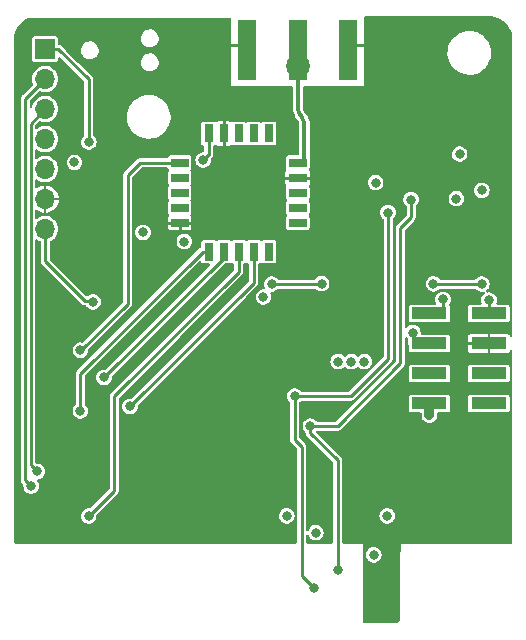
<source format=gbl>
G04 #@! TF.GenerationSoftware,KiCad,Pcbnew,7.0.9*
G04 #@! TF.CreationDate,2023-12-30T12:31:20+01:00*
G04 #@! TF.ProjectId,ithowifi_4l,6974686f-7769-4666-995f-346c2e6b6963,rev?*
G04 #@! TF.SameCoordinates,Original*
G04 #@! TF.FileFunction,Copper,L4,Bot*
G04 #@! TF.FilePolarity,Positive*
%FSLAX46Y46*%
G04 Gerber Fmt 4.6, Leading zero omitted, Abs format (unit mm)*
G04 Created by KiCad (PCBNEW 7.0.9) date 2023-12-30 12:31:20*
%MOMM*%
%LPD*%
G01*
G04 APERTURE LIST*
G04 #@! TA.AperFunction,ComponentPad*
%ADD10R,1.700000X1.700000*%
G04 #@! TD*
G04 #@! TA.AperFunction,ComponentPad*
%ADD11O,1.700000X1.700000*%
G04 #@! TD*
G04 #@! TA.AperFunction,ComponentPad*
%ADD12C,2.000000*%
G04 #@! TD*
G04 #@! TA.AperFunction,SMDPad,CuDef*
%ADD13R,3.000000X1.000000*%
G04 #@! TD*
G04 #@! TA.AperFunction,SMDPad,CuDef*
%ADD14R,1.500000X5.080000*%
G04 #@! TD*
G04 #@! TA.AperFunction,SMDPad,CuDef*
%ADD15R,0.800000X1.500000*%
G04 #@! TD*
G04 #@! TA.AperFunction,SMDPad,CuDef*
%ADD16R,1.500000X0.800000*%
G04 #@! TD*
G04 #@! TA.AperFunction,ViaPad*
%ADD17C,0.800000*%
G04 #@! TD*
G04 #@! TA.AperFunction,Conductor*
%ADD18C,0.355600*%
G04 #@! TD*
G04 #@! TA.AperFunction,Conductor*
%ADD19C,0.254000*%
G04 #@! TD*
G04 #@! TA.AperFunction,Conductor*
%ADD20C,0.250000*%
G04 #@! TD*
G04 #@! TA.AperFunction,Conductor*
%ADD21C,0.812800*%
G04 #@! TD*
G04 APERTURE END LIST*
D10*
X85725000Y-107797600D03*
D11*
X85725000Y-110337600D03*
X85725000Y-112877600D03*
X85725000Y-115417600D03*
X85725000Y-117957600D03*
X85725000Y-120497600D03*
X85725000Y-123037600D03*
D12*
X107100780Y-109251460D03*
D13*
X123293500Y-137807500D03*
X118253500Y-137807500D03*
X123293500Y-135267500D03*
X118253500Y-135267500D03*
X123293500Y-132727500D03*
X118253500Y-132727500D03*
X123293500Y-130187500D03*
X118253500Y-130187500D03*
D14*
X107100000Y-107848400D03*
X102850000Y-107848400D03*
X111350000Y-107848400D03*
D15*
X99560000Y-114950000D03*
X100829990Y-114950000D03*
X102100000Y-114950000D03*
X103370000Y-114950000D03*
X104640000Y-114950000D03*
D16*
X107100000Y-117410000D03*
X107100000Y-118679990D03*
X107100000Y-119950000D03*
X107100000Y-121220000D03*
X107100000Y-122490000D03*
D15*
X104640000Y-124950000D03*
X103370000Y-124950000D03*
X102100000Y-124950000D03*
X100829990Y-124950000D03*
X99560000Y-124950000D03*
D16*
X97100000Y-122490000D03*
X97100000Y-121220000D03*
X97100000Y-119950000D03*
X97100000Y-118679990D03*
X97100000Y-117410000D03*
D17*
X110490000Y-151892000D03*
X108458000Y-153416000D03*
X113538000Y-155448000D03*
X113538000Y-150622000D03*
X100700000Y-107442000D03*
X100700000Y-105918000D03*
X100700000Y-110871000D03*
X100700000Y-112500000D03*
X100700000Y-109093000D03*
X113500000Y-110871000D03*
X102432000Y-138568000D03*
X111632000Y-124053600D03*
X112732000Y-124053600D03*
X110532000Y-124053600D03*
X86741000Y-128270000D03*
X113500000Y-105918000D03*
X113500000Y-107442000D03*
X113500000Y-109093000D03*
X123300000Y-134010000D03*
X106426000Y-114200000D03*
X109100000Y-117450000D03*
X102852000Y-132715000D03*
X113792000Y-143764000D03*
X105300000Y-117400000D03*
X104278000Y-112500000D03*
X113500000Y-112500000D03*
X96647000Y-139750800D03*
X108458000Y-112500000D03*
X106172000Y-148590000D03*
X89154000Y-148590000D03*
X96647000Y-142798800D03*
X98171000Y-142798800D03*
X111849000Y-112500000D03*
X114681000Y-144780000D03*
X123290000Y-131440000D03*
X113792000Y-145796000D03*
X110071000Y-112500000D03*
X102500000Y-112500000D03*
X108995000Y-114200000D03*
X95148400Y-142798800D03*
X96647000Y-141274800D03*
X109024000Y-115900000D03*
X105800000Y-112500000D03*
X106426000Y-115900000D03*
X95148400Y-141274800D03*
X95148400Y-139750800D03*
X98171000Y-139750800D03*
X98171000Y-141274800D03*
X122682000Y-127698500D03*
X116849988Y-131800000D03*
X118595683Y-127676183D03*
X106172000Y-147320000D03*
X99100000Y-117200000D03*
X111632000Y-134268000D03*
X112732000Y-134268000D03*
X110532000Y-134268000D03*
X122682000Y-119761000D03*
X108631500Y-148751000D03*
X113700000Y-119100000D03*
X97500000Y-124100000D03*
X94000000Y-123317000D03*
X104200000Y-128800000D03*
X88200000Y-117400000D03*
X114681000Y-147320000D03*
X120813090Y-116686900D03*
X120532000Y-120468000D03*
X123300000Y-129050000D03*
X119400000Y-129000000D03*
X89407998Y-115671600D03*
X89400000Y-147350000D03*
X92900000Y-138050000D03*
X88700000Y-138450000D03*
X90700000Y-135600000D03*
X88700000Y-133300000D03*
X104900000Y-127700000D03*
X109132000Y-127668006D03*
X85039200Y-143560804D03*
X84531209Y-144805391D03*
X106849400Y-137185400D03*
X114750008Y-121650000D03*
X108174600Y-139725400D03*
X116697000Y-120539000D03*
X118250000Y-138800000D03*
X89775000Y-129200000D03*
D18*
X107100771Y-112714223D02*
G75*
G03*
X107442000Y-113538000I1165029J23D01*
G01*
X107670604Y-114089889D02*
G75*
G03*
X107442000Y-113538000I-780504J-11D01*
G01*
X107100780Y-109251460D02*
X107100780Y-112714223D01*
X107670600Y-114089889D02*
X107670600Y-117410000D01*
D19*
X106849400Y-137185400D02*
X106849400Y-140885400D01*
X106849400Y-140885400D02*
X107442000Y-141478000D01*
X107442000Y-141478000D02*
X107442000Y-152400000D01*
X107442000Y-152400000D02*
X108458000Y-153416000D01*
X108174600Y-140310600D02*
X110490000Y-142626000D01*
X110490000Y-142626000D02*
X110490000Y-151892000D01*
X107100000Y-118679990D02*
X108679990Y-118679990D01*
X100829990Y-114950000D02*
X100829990Y-113629990D01*
X113500000Y-107442000D02*
X111756400Y-107442000D01*
X97100000Y-122490000D02*
X97100000Y-123300000D01*
X111756400Y-107442000D02*
X111350000Y-107848400D01*
X107100000Y-118679990D02*
X105520010Y-118679990D01*
X100829990Y-114950000D02*
X100829990Y-116270010D01*
X100700000Y-107442000D02*
X102443600Y-107442000D01*
X102443600Y-107442000D02*
X102850000Y-107848400D01*
X100800000Y-114920010D02*
X100829990Y-114950000D01*
X98490000Y-122490000D02*
X95710000Y-122490000D01*
X97100000Y-122490000D02*
X98490000Y-122490000D01*
X118618000Y-127698500D02*
X122682000Y-127698500D01*
X116849988Y-131800000D02*
X116849988Y-132727500D01*
X116849988Y-132727500D02*
X118253500Y-132727500D01*
X118595683Y-127676183D02*
X118618000Y-127698500D01*
X99540000Y-116760000D02*
X99560000Y-116760000D01*
X99100000Y-117200000D02*
X99540000Y-116760000D01*
X99560000Y-114950000D02*
X99560000Y-116760000D01*
D20*
X123293500Y-129056500D02*
X123300000Y-129050000D01*
X123293500Y-130187500D02*
X123293500Y-129056500D01*
X119387500Y-129012500D02*
X119400000Y-129000000D01*
X119387500Y-130187500D02*
X119387500Y-129012500D01*
X118253500Y-130187500D02*
X119387500Y-130187500D01*
D19*
X86829000Y-107797600D02*
X89407998Y-110376598D01*
X89407998Y-110376598D02*
X89407998Y-115671600D01*
X85725000Y-107797600D02*
X86829000Y-107797600D01*
D20*
X102100000Y-124950000D02*
X102100000Y-126650000D01*
X102100000Y-126650000D02*
X91550000Y-137200000D01*
X91550000Y-137200000D02*
X91550000Y-145200000D01*
X91550000Y-145200000D02*
X89400000Y-147350000D01*
X103370000Y-127580000D02*
X92900000Y-138050000D01*
X103370000Y-124950000D02*
X103370000Y-127580000D01*
D19*
X99560000Y-124950000D02*
X99050000Y-124950000D01*
X88700000Y-135300000D02*
X88700000Y-138450000D01*
X99050000Y-124950000D02*
X88700000Y-135300000D01*
X100829990Y-125470010D02*
X90700000Y-135600000D01*
X100829990Y-124950000D02*
X100829990Y-125470010D01*
X92700000Y-129350000D02*
X88750000Y-133300000D01*
X93790000Y-117410000D02*
X92700000Y-118500000D01*
X97100000Y-117410000D02*
X93790000Y-117410000D01*
X88750000Y-133300000D02*
X88700000Y-133300000D01*
X92700000Y-118500000D02*
X92700000Y-129350000D01*
X109132000Y-127668006D02*
X109100006Y-127700000D01*
X109100006Y-127700000D02*
X104900000Y-127700000D01*
D20*
X84498611Y-114103989D02*
X84498611Y-143020215D01*
X85725000Y-112877600D02*
X84498611Y-114103989D01*
X85039200Y-143560804D02*
X84498611Y-143020215D01*
X85725000Y-110337600D02*
X84048600Y-112014000D01*
X84048600Y-144322782D02*
X84531209Y-144805391D01*
X84048600Y-112014000D02*
X84048600Y-144322782D01*
D18*
X107100780Y-117409220D02*
X107100000Y-117410000D01*
D19*
X111614600Y-137185400D02*
X114750008Y-134049992D01*
X106849400Y-137185400D02*
X111614600Y-137185400D01*
X114750008Y-134049992D02*
X114750008Y-121650000D01*
X108174600Y-140310600D02*
X108174600Y-139725400D01*
X116697000Y-120539000D02*
X116697000Y-122053000D01*
X115800000Y-122950000D02*
X115800000Y-134400000D01*
X110474600Y-139725400D02*
X108174600Y-139725400D01*
X115800000Y-134400000D02*
X110474600Y-139725400D01*
X116697000Y-122053000D02*
X115800000Y-122950000D01*
D21*
X118253500Y-138796500D02*
X118250000Y-138800000D01*
X118253500Y-137807500D02*
X118253500Y-138796500D01*
D20*
X89050000Y-129100000D02*
X89775000Y-129100000D01*
X85725000Y-123037600D02*
X85725000Y-125775000D01*
X85725000Y-125775000D02*
X89050000Y-129100000D01*
G04 #@! TA.AperFunction,Conductor*
G36*
X123493838Y-105029108D02*
G01*
X123561676Y-105033553D01*
X123583172Y-105034962D01*
X123589680Y-105035818D01*
X123833332Y-105084284D01*
X123839681Y-105085985D01*
X124074917Y-105165836D01*
X124080996Y-105168355D01*
X124303789Y-105278223D01*
X124309493Y-105281516D01*
X124516040Y-105419527D01*
X124521253Y-105423527D01*
X124708023Y-105587318D01*
X124712679Y-105591974D01*
X124876471Y-105778744D01*
X124880472Y-105783959D01*
X125018483Y-105990506D01*
X125021776Y-105996210D01*
X125131644Y-106219003D01*
X125134165Y-106225088D01*
X125214011Y-106460306D01*
X125215715Y-106466668D01*
X125264177Y-106710299D01*
X125265037Y-106716829D01*
X125281392Y-106966361D01*
X125281500Y-106969652D01*
X125281500Y-132101214D01*
X125262287Y-132160345D01*
X125211987Y-132196890D01*
X125149813Y-132196890D01*
X125099513Y-132160345D01*
X125088872Y-132141849D01*
X125049316Y-132052265D01*
X124968734Y-131971683D01*
X124864494Y-131925656D01*
X124839018Y-131922700D01*
X123395100Y-131922700D01*
X123395100Y-133532299D01*
X124839006Y-133532299D01*
X124839020Y-133532298D01*
X124864492Y-133529343D01*
X124864496Y-133529342D01*
X124968734Y-133483316D01*
X125049316Y-133402734D01*
X125088872Y-133313151D01*
X125130332Y-133266819D01*
X125191108Y-133253705D01*
X125247984Y-133278819D01*
X125279237Y-133332567D01*
X125281500Y-133353786D01*
X125281500Y-149464702D01*
X125281069Y-149471275D01*
X125267912Y-149571207D01*
X125261119Y-149596564D01*
X125257258Y-149605888D01*
X125216884Y-149653170D01*
X125164312Y-149668000D01*
X115832000Y-149668000D01*
X115832000Y-150214526D01*
X115822038Y-150258173D01*
X115809105Y-150285030D01*
X115781500Y-150405972D01*
X115781500Y-155964702D01*
X115781069Y-155971275D01*
X115767912Y-156071207D01*
X115761115Y-156096574D01*
X115726347Y-156180512D01*
X115713216Y-156203256D01*
X115657906Y-156275337D01*
X115639337Y-156293906D01*
X115567256Y-156349216D01*
X115544512Y-156362347D01*
X115460574Y-156397115D01*
X115435207Y-156403912D01*
X115350910Y-156415010D01*
X115335272Y-156417069D01*
X115328702Y-156417500D01*
X112732600Y-156417500D01*
X112673469Y-156398287D01*
X112636924Y-156347987D01*
X112632000Y-156316900D01*
X112632000Y-150622000D01*
X112878693Y-150622000D01*
X112897851Y-150779782D01*
X112954213Y-150928395D01*
X113044502Y-151059201D01*
X113044503Y-151059202D01*
X113044504Y-151059203D01*
X113044505Y-151059204D01*
X113163468Y-151164597D01*
X113163469Y-151164598D01*
X113163471Y-151164599D01*
X113304207Y-151238463D01*
X113458529Y-151276500D01*
X113458533Y-151276500D01*
X113617467Y-151276500D01*
X113617471Y-151276500D01*
X113771793Y-151238463D01*
X113912529Y-151164599D01*
X114031498Y-151059201D01*
X114121787Y-150928395D01*
X114178149Y-150779782D01*
X114197307Y-150622000D01*
X114178149Y-150464218D01*
X114121787Y-150315605D01*
X114031498Y-150184799D01*
X114031495Y-150184796D01*
X114031494Y-150184795D01*
X113912531Y-150079402D01*
X113912530Y-150079401D01*
X113771795Y-150005538D01*
X113771794Y-150005537D01*
X113771793Y-150005537D01*
X113693547Y-149986251D01*
X113617473Y-149967500D01*
X113617471Y-149967500D01*
X113458529Y-149967500D01*
X113458526Y-149967500D01*
X113344415Y-149995626D01*
X113304207Y-150005537D01*
X113304206Y-150005537D01*
X113304204Y-150005538D01*
X113163469Y-150079401D01*
X113163468Y-150079402D01*
X113044505Y-150184795D01*
X113044504Y-150184796D01*
X112954212Y-150315606D01*
X112919941Y-150405972D01*
X112897851Y-150464218D01*
X112878693Y-150622000D01*
X112632000Y-150622000D01*
X112632000Y-149668000D01*
X110972100Y-149668000D01*
X110912969Y-149648787D01*
X110876424Y-149598487D01*
X110871500Y-149567400D01*
X110871500Y-147320000D01*
X114021693Y-147320000D01*
X114040851Y-147477782D01*
X114097213Y-147626395D01*
X114187502Y-147757201D01*
X114187503Y-147757202D01*
X114187504Y-147757203D01*
X114187505Y-147757204D01*
X114306468Y-147862597D01*
X114306469Y-147862598D01*
X114306471Y-147862599D01*
X114447207Y-147936463D01*
X114601529Y-147974500D01*
X114601533Y-147974500D01*
X114760467Y-147974500D01*
X114760471Y-147974500D01*
X114914793Y-147936463D01*
X115055529Y-147862599D01*
X115174498Y-147757201D01*
X115264787Y-147626395D01*
X115321149Y-147477782D01*
X115340307Y-147320000D01*
X115321149Y-147162218D01*
X115264787Y-147013605D01*
X115174498Y-146882799D01*
X115174495Y-146882796D01*
X115174494Y-146882795D01*
X115055531Y-146777402D01*
X115055530Y-146777401D01*
X114914795Y-146703538D01*
X114914794Y-146703537D01*
X114914793Y-146703537D01*
X114836547Y-146684251D01*
X114760473Y-146665500D01*
X114760471Y-146665500D01*
X114601529Y-146665500D01*
X114601526Y-146665500D01*
X114487415Y-146693626D01*
X114447207Y-146703537D01*
X114447206Y-146703537D01*
X114447204Y-146703538D01*
X114306469Y-146777401D01*
X114306468Y-146777402D01*
X114187505Y-146882795D01*
X114187504Y-146882796D01*
X114097212Y-147013606D01*
X114085835Y-147043605D01*
X114040851Y-147162218D01*
X114021693Y-147320000D01*
X110871500Y-147320000D01*
X110871500Y-142676001D01*
X110873641Y-142655354D01*
X110876445Y-142641981D01*
X110871887Y-142605417D01*
X110871500Y-142599188D01*
X110871500Y-142594391D01*
X110871500Y-142594389D01*
X110867596Y-142570995D01*
X110860696Y-142515640D01*
X110860696Y-142515639D01*
X110858418Y-142507988D01*
X110855818Y-142500417D01*
X110855818Y-142500414D01*
X110829270Y-142451358D01*
X110804776Y-142401254D01*
X110804773Y-142401251D01*
X110800121Y-142394734D01*
X110795219Y-142388436D01*
X110773915Y-142368825D01*
X110754180Y-142350658D01*
X108685735Y-140282213D01*
X108657511Y-140226818D01*
X108667237Y-140165410D01*
X108674089Y-140153921D01*
X108675280Y-140152195D01*
X108676566Y-140150334D01*
X108725977Y-140112595D01*
X108759345Y-140106900D01*
X110424599Y-140106900D01*
X110445243Y-140109040D01*
X110458617Y-140111845D01*
X110495182Y-140107286D01*
X110501411Y-140106900D01*
X110506209Y-140106900D01*
X110506211Y-140106900D01*
X110506213Y-140106899D01*
X110506220Y-140106899D01*
X110523768Y-140103969D01*
X110529604Y-140102996D01*
X110584960Y-140096096D01*
X110584966Y-140096092D01*
X110592612Y-140093817D01*
X110600180Y-140091218D01*
X110600186Y-140091218D01*
X110649241Y-140064670D01*
X110699346Y-140040176D01*
X110699349Y-140040172D01*
X110705860Y-140035523D01*
X110712155Y-140030623D01*
X110712162Y-140030620D01*
X110749941Y-139989580D01*
X112406956Y-138332565D01*
X116499000Y-138332565D01*
X116513766Y-138406801D01*
X116513767Y-138406804D01*
X116570014Y-138490982D01*
X116570015Y-138490983D01*
X116570016Y-138490984D01*
X116654199Y-138547234D01*
X116728433Y-138562000D01*
X117492000Y-138561999D01*
X117551131Y-138581212D01*
X117587676Y-138631512D01*
X117592600Y-138662599D01*
X117592600Y-138711700D01*
X117590952Y-138729834D01*
X117585460Y-138759803D01*
X117585459Y-138759804D01*
X117595150Y-138919998D01*
X117595151Y-138920008D01*
X117642897Y-139073230D01*
X117642898Y-139073232D01*
X117642899Y-139073234D01*
X117664482Y-139108937D01*
X117711765Y-139187154D01*
X117725929Y-139210583D01*
X117839417Y-139324071D01*
X117976766Y-139407101D01*
X118129994Y-139454849D01*
X118242136Y-139461632D01*
X118290194Y-139464540D01*
X118290194Y-139464539D01*
X118290197Y-139464540D01*
X118320165Y-139459047D01*
X118327732Y-139458360D01*
X118327705Y-139458134D01*
X118333747Y-139457400D01*
X118333748Y-139457400D01*
X118339015Y-139456101D01*
X118345584Y-139454482D01*
X118348546Y-139453845D01*
X118448064Y-139435609D01*
X118471094Y-139425243D01*
X118488300Y-139419306D01*
X118489580Y-139418991D01*
X118515897Y-139405178D01*
X118518602Y-139403862D01*
X118529019Y-139399173D01*
X118594420Y-139369739D01*
X118609543Y-139357889D01*
X118624838Y-139348001D01*
X118631691Y-139344405D01*
X118668287Y-139311982D01*
X118670602Y-139310052D01*
X118689060Y-139295593D01*
X118705636Y-139279016D01*
X118707812Y-139276967D01*
X118751824Y-139237977D01*
X118785213Y-139189604D01*
X118786987Y-139187190D01*
X118823239Y-139140920D01*
X118827770Y-139130850D01*
X118836719Y-139114983D01*
X118842996Y-139105891D01*
X118863831Y-139050950D01*
X118864991Y-139048150D01*
X118889109Y-138994564D01*
X118891101Y-138983687D01*
X118895990Y-138966154D01*
X118899908Y-138955825D01*
X118906990Y-138897492D01*
X118907439Y-138894534D01*
X118918040Y-138836697D01*
X118914491Y-138778039D01*
X118914400Y-138775010D01*
X118914400Y-138662599D01*
X118933613Y-138603468D01*
X118983913Y-138566923D01*
X119015000Y-138561999D01*
X119778566Y-138561999D01*
X119852801Y-138547234D01*
X119936984Y-138490984D01*
X119993234Y-138406801D01*
X120008000Y-138332567D01*
X120008000Y-138332565D01*
X121539000Y-138332565D01*
X121553766Y-138406801D01*
X121553767Y-138406804D01*
X121610014Y-138490982D01*
X121610015Y-138490983D01*
X121610016Y-138490984D01*
X121694199Y-138547234D01*
X121768433Y-138562000D01*
X124818566Y-138561999D01*
X124892801Y-138547234D01*
X124976984Y-138490984D01*
X125033234Y-138406801D01*
X125048000Y-138332567D01*
X125047999Y-137282434D01*
X125033234Y-137208199D01*
X125033232Y-137208197D01*
X125033232Y-137208195D01*
X124976985Y-137124017D01*
X124976983Y-137124015D01*
X124892802Y-137067767D01*
X124892801Y-137067766D01*
X124892800Y-137067765D01*
X124892799Y-137067765D01*
X124836998Y-137056666D01*
X124818567Y-137053000D01*
X124818566Y-137053000D01*
X121768434Y-137053000D01*
X121694198Y-137067766D01*
X121694195Y-137067767D01*
X121610017Y-137124014D01*
X121610015Y-137124016D01*
X121553765Y-137208200D01*
X121539000Y-137282433D01*
X121539000Y-138332565D01*
X120008000Y-138332565D01*
X120007999Y-137282434D01*
X119993234Y-137208199D01*
X119993232Y-137208197D01*
X119993232Y-137208195D01*
X119936985Y-137124017D01*
X119936983Y-137124015D01*
X119852802Y-137067767D01*
X119852801Y-137067766D01*
X119852800Y-137067765D01*
X119852799Y-137067765D01*
X119796998Y-137056666D01*
X119778567Y-137053000D01*
X119778566Y-137053000D01*
X116728434Y-137053000D01*
X116654198Y-137067766D01*
X116654195Y-137067767D01*
X116570017Y-137124014D01*
X116570015Y-137124016D01*
X116513765Y-137208200D01*
X116499000Y-137282433D01*
X116499000Y-138332565D01*
X112406956Y-138332565D01*
X114946956Y-135792565D01*
X116499000Y-135792565D01*
X116513766Y-135866801D01*
X116513767Y-135866804D01*
X116570014Y-135950982D01*
X116570015Y-135950983D01*
X116570016Y-135950984D01*
X116654199Y-136007234D01*
X116728433Y-136022000D01*
X119778566Y-136021999D01*
X119852801Y-136007234D01*
X119936984Y-135950984D01*
X119993234Y-135866801D01*
X120008000Y-135792567D01*
X120008000Y-135792565D01*
X121539000Y-135792565D01*
X121553766Y-135866801D01*
X121553767Y-135866804D01*
X121610014Y-135950982D01*
X121610015Y-135950983D01*
X121610016Y-135950984D01*
X121694199Y-136007234D01*
X121768433Y-136022000D01*
X124818566Y-136021999D01*
X124892801Y-136007234D01*
X124976984Y-135950984D01*
X125033234Y-135866801D01*
X125048000Y-135792567D01*
X125047999Y-134742434D01*
X125033234Y-134668199D01*
X125033232Y-134668197D01*
X125033232Y-134668195D01*
X124976985Y-134584017D01*
X124976983Y-134584015D01*
X124892802Y-134527767D01*
X124892801Y-134527766D01*
X124892800Y-134527765D01*
X124892799Y-134527765D01*
X124835720Y-134516412D01*
X124818567Y-134513000D01*
X124818566Y-134513000D01*
X121768434Y-134513000D01*
X121694198Y-134527766D01*
X121694195Y-134527767D01*
X121610017Y-134584014D01*
X121610015Y-134584016D01*
X121553765Y-134668200D01*
X121539000Y-134742433D01*
X121539000Y-135792565D01*
X120008000Y-135792565D01*
X120007999Y-134742434D01*
X119993234Y-134668199D01*
X119993232Y-134668197D01*
X119993232Y-134668195D01*
X119936985Y-134584017D01*
X119936983Y-134584015D01*
X119852802Y-134527767D01*
X119852801Y-134527766D01*
X119852800Y-134527765D01*
X119852799Y-134527765D01*
X119795720Y-134516412D01*
X119778567Y-134513000D01*
X119778566Y-134513000D01*
X116728434Y-134513000D01*
X116654198Y-134527766D01*
X116654195Y-134527767D01*
X116570017Y-134584014D01*
X116570015Y-134584016D01*
X116513765Y-134668200D01*
X116499000Y-134742433D01*
X116499000Y-135792565D01*
X114946956Y-135792565D01*
X116034410Y-134705111D01*
X116050516Y-134692032D01*
X116061956Y-134684560D01*
X116084601Y-134655463D01*
X116088709Y-134650812D01*
X116092114Y-134647409D01*
X116099000Y-134637762D01*
X116105901Y-134628099D01*
X116140156Y-134584088D01*
X116143960Y-134577057D01*
X116147470Y-134569876D01*
X116147475Y-134569870D01*
X116163389Y-134516413D01*
X116181500Y-134463661D01*
X116181500Y-134463660D01*
X116182816Y-134455775D01*
X116183805Y-134447838D01*
X116181500Y-134392115D01*
X116181500Y-132304938D01*
X116200713Y-132245807D01*
X116251013Y-132209262D01*
X116313187Y-132209262D01*
X116351103Y-132234104D01*
X116351935Y-132233166D01*
X116434598Y-132306399D01*
X116466118Y-132359991D01*
X116468488Y-132381699D01*
X116468488Y-132709644D01*
X116468316Y-132713800D01*
X116464533Y-132759438D01*
X116475778Y-132803843D01*
X116476632Y-132807913D01*
X116484170Y-132853087D01*
X116485870Y-132856229D01*
X116494908Y-132879386D01*
X116495917Y-132883367D01*
X116499000Y-132908083D01*
X116499000Y-133252565D01*
X116513766Y-133326801D01*
X116513767Y-133326804D01*
X116570014Y-133410982D01*
X116570015Y-133410983D01*
X116570016Y-133410984D01*
X116654199Y-133467234D01*
X116728433Y-133482000D01*
X119778566Y-133481999D01*
X119852801Y-133467234D01*
X119936984Y-133410984D01*
X119993234Y-133326801D01*
X120008000Y-133252567D01*
X120007999Y-132829100D01*
X121488701Y-132829100D01*
X121488701Y-133273020D01*
X121491656Y-133298492D01*
X121491657Y-133298496D01*
X121537683Y-133402734D01*
X121618265Y-133483316D01*
X121722505Y-133529343D01*
X121747985Y-133532299D01*
X123191900Y-133532299D01*
X123191900Y-132829100D01*
X121488701Y-132829100D01*
X120007999Y-132829100D01*
X120007999Y-132625900D01*
X121488700Y-132625900D01*
X123191900Y-132625900D01*
X123191900Y-131922700D01*
X121747994Y-131922700D01*
X121747979Y-131922701D01*
X121722507Y-131925656D01*
X121722503Y-131925657D01*
X121618265Y-131971683D01*
X121537683Y-132052265D01*
X121491656Y-132156505D01*
X121488700Y-132181981D01*
X121488700Y-132625900D01*
X120007999Y-132625900D01*
X120007999Y-132202434D01*
X119993234Y-132128199D01*
X119993232Y-132128197D01*
X119993232Y-132128195D01*
X119936985Y-132044017D01*
X119936983Y-132044015D01*
X119895178Y-132016082D01*
X119852801Y-131987766D01*
X119852800Y-131987765D01*
X119852799Y-131987765D01*
X119796998Y-131976666D01*
X119778567Y-131973000D01*
X119778566Y-131973000D01*
X117601843Y-131973000D01*
X117542712Y-131953787D01*
X117506167Y-131903487D01*
X117501976Y-131860274D01*
X117509295Y-131800000D01*
X117490137Y-131642218D01*
X117433775Y-131493605D01*
X117343486Y-131362799D01*
X117343483Y-131362796D01*
X117343482Y-131362795D01*
X117224519Y-131257402D01*
X117224518Y-131257401D01*
X117083783Y-131183538D01*
X117083782Y-131183537D01*
X117083781Y-131183537D01*
X117005535Y-131164251D01*
X116929461Y-131145500D01*
X116929459Y-131145500D01*
X116770517Y-131145500D01*
X116770514Y-131145500D01*
X116656403Y-131173626D01*
X116616195Y-131183537D01*
X116616194Y-131183537D01*
X116616192Y-131183538D01*
X116475457Y-131257401D01*
X116475456Y-131257402D01*
X116351935Y-131366834D01*
X116350858Y-131365619D01*
X116303802Y-131393292D01*
X116241919Y-131387288D01*
X116195383Y-131346056D01*
X116181500Y-131295061D01*
X116181500Y-130712565D01*
X116499000Y-130712565D01*
X116513766Y-130786801D01*
X116513767Y-130786804D01*
X116570014Y-130870982D01*
X116570015Y-130870983D01*
X116570016Y-130870984D01*
X116654199Y-130927234D01*
X116728433Y-130942000D01*
X119778566Y-130941999D01*
X119852801Y-130927234D01*
X119936984Y-130870984D01*
X119993234Y-130786801D01*
X120008000Y-130712567D01*
X120007999Y-129662434D01*
X119993234Y-129588199D01*
X119993232Y-129588197D01*
X119993232Y-129588195D01*
X119931480Y-129495778D01*
X119934749Y-129493593D01*
X119915028Y-129454888D01*
X119924754Y-129393480D01*
X119931587Y-129382018D01*
X119983787Y-129306395D01*
X120040149Y-129157782D01*
X120059307Y-129000000D01*
X120040149Y-128842218D01*
X119983787Y-128693605D01*
X119893498Y-128562799D01*
X119893495Y-128562796D01*
X119893494Y-128562795D01*
X119774531Y-128457402D01*
X119774530Y-128457401D01*
X119633795Y-128383538D01*
X119633794Y-128383537D01*
X119633793Y-128383537D01*
X119549644Y-128362796D01*
X119479473Y-128345500D01*
X119479471Y-128345500D01*
X119320529Y-128345500D01*
X119320526Y-128345500D01*
X119226224Y-128368744D01*
X119166207Y-128383537D01*
X119166206Y-128383537D01*
X119166204Y-128383538D01*
X119025469Y-128457401D01*
X119025468Y-128457402D01*
X118906505Y-128562795D01*
X118906504Y-128562796D01*
X118816212Y-128693606D01*
X118759851Y-128842218D01*
X118740693Y-129000000D01*
X118759851Y-129157781D01*
X118812546Y-129296727D01*
X118815549Y-129358829D01*
X118781477Y-129410835D01*
X118723343Y-129432883D01*
X118718483Y-129433000D01*
X116728434Y-129433000D01*
X116654198Y-129447766D01*
X116654195Y-129447767D01*
X116570017Y-129504014D01*
X116570015Y-129504016D01*
X116513765Y-129588200D01*
X116499000Y-129662433D01*
X116499000Y-130712565D01*
X116181500Y-130712565D01*
X116181500Y-127676183D01*
X117936376Y-127676183D01*
X117955534Y-127833965D01*
X118011896Y-127982578D01*
X118102185Y-128113384D01*
X118102186Y-128113385D01*
X118102187Y-128113386D01*
X118102188Y-128113387D01*
X118221151Y-128218780D01*
X118221152Y-128218781D01*
X118221154Y-128218782D01*
X118361890Y-128292646D01*
X118516212Y-128330683D01*
X118516216Y-128330683D01*
X118675150Y-128330683D01*
X118675154Y-128330683D01*
X118829476Y-128292646D01*
X118970212Y-128218782D01*
X119062294Y-128137204D01*
X119093736Y-128109349D01*
X119094667Y-128110400D01*
X119142324Y-128082370D01*
X119164033Y-128080000D01*
X122097255Y-128080000D01*
X122156386Y-128099213D01*
X122180046Y-128123452D01*
X122188496Y-128135694D01*
X122188505Y-128135704D01*
X122307468Y-128241097D01*
X122307469Y-128241098D01*
X122307471Y-128241099D01*
X122448207Y-128314963D01*
X122602529Y-128353000D01*
X122602533Y-128353000D01*
X122761467Y-128353000D01*
X122761471Y-128353000D01*
X122833857Y-128335158D01*
X122895866Y-128339662D01*
X122943387Y-128379754D01*
X122958267Y-128440121D01*
X122934822Y-128497706D01*
X122924642Y-128508135D01*
X122806505Y-128612796D01*
X122806502Y-128612799D01*
X122775715Y-128657402D01*
X122716212Y-128743606D01*
X122659851Y-128892218D01*
X122640693Y-129050000D01*
X122659851Y-129207782D01*
X122693584Y-129296727D01*
X122696587Y-129358828D01*
X122662515Y-129410835D01*
X122604381Y-129432883D01*
X122599521Y-129433000D01*
X121768434Y-129433000D01*
X121694198Y-129447766D01*
X121694195Y-129447767D01*
X121610017Y-129504014D01*
X121610015Y-129504016D01*
X121553765Y-129588200D01*
X121539000Y-129662433D01*
X121539000Y-130712565D01*
X121553766Y-130786801D01*
X121553767Y-130786804D01*
X121610014Y-130870982D01*
X121610015Y-130870983D01*
X121610016Y-130870984D01*
X121694199Y-130927234D01*
X121768433Y-130942000D01*
X124818566Y-130941999D01*
X124892801Y-130927234D01*
X124976984Y-130870984D01*
X125033234Y-130786801D01*
X125048000Y-130712567D01*
X125047999Y-129662434D01*
X125033234Y-129588199D01*
X125033232Y-129588197D01*
X125033232Y-129588195D01*
X124976985Y-129504017D01*
X124976983Y-129504015D01*
X124920712Y-129466416D01*
X124892801Y-129447766D01*
X124892800Y-129447765D01*
X124892799Y-129447765D01*
X124836998Y-129436666D01*
X124818567Y-129433000D01*
X124818566Y-129433000D01*
X124000479Y-129433000D01*
X123941348Y-129413787D01*
X123904803Y-129363487D01*
X123904803Y-129301313D01*
X123906416Y-129296727D01*
X123940149Y-129207782D01*
X123959307Y-129050000D01*
X123940149Y-128892218D01*
X123883787Y-128743605D01*
X123793498Y-128612799D01*
X123793495Y-128612796D01*
X123793494Y-128612795D01*
X123674531Y-128507402D01*
X123674530Y-128507401D01*
X123533795Y-128433538D01*
X123533794Y-128433537D01*
X123533793Y-128433537D01*
X123451855Y-128413341D01*
X123379473Y-128395500D01*
X123379471Y-128395500D01*
X123220529Y-128395500D01*
X123220525Y-128395500D01*
X123220524Y-128395501D01*
X123148142Y-128413341D01*
X123086131Y-128408837D01*
X123038611Y-128368744D01*
X123023732Y-128308376D01*
X123047178Y-128250792D01*
X123057353Y-128240368D01*
X123175498Y-128135701D01*
X123265787Y-128004895D01*
X123322149Y-127856282D01*
X123341307Y-127698500D01*
X123322149Y-127540718D01*
X123265787Y-127392105D01*
X123175498Y-127261299D01*
X123175495Y-127261296D01*
X123175494Y-127261295D01*
X123056531Y-127155902D01*
X123056530Y-127155901D01*
X122915795Y-127082038D01*
X122915794Y-127082037D01*
X122915793Y-127082037D01*
X122825254Y-127059721D01*
X122761473Y-127044000D01*
X122761471Y-127044000D01*
X122602529Y-127044000D01*
X122602526Y-127044000D01*
X122488415Y-127072126D01*
X122448207Y-127082037D01*
X122448206Y-127082037D01*
X122448204Y-127082038D01*
X122307469Y-127155901D01*
X122307468Y-127155902D01*
X122188505Y-127261295D01*
X122188496Y-127261305D01*
X122180046Y-127273548D01*
X122130644Y-127311298D01*
X122097255Y-127317000D01*
X119195831Y-127317000D01*
X119136700Y-127297787D01*
X119113040Y-127273548D01*
X119089181Y-127238982D01*
X119089178Y-127238979D01*
X119089177Y-127238978D01*
X118970214Y-127133585D01*
X118970213Y-127133584D01*
X118829478Y-127059721D01*
X118829477Y-127059720D01*
X118829476Y-127059720D01*
X118751230Y-127040434D01*
X118675156Y-127021683D01*
X118675154Y-127021683D01*
X118516212Y-127021683D01*
X118516209Y-127021683D01*
X118402098Y-127049809D01*
X118361890Y-127059720D01*
X118361889Y-127059720D01*
X118361887Y-127059721D01*
X118221152Y-127133584D01*
X118221151Y-127133585D01*
X118102188Y-127238978D01*
X118102187Y-127238979D01*
X118011895Y-127369789D01*
X117985167Y-127440266D01*
X117955534Y-127518401D01*
X117936376Y-127676183D01*
X116181500Y-127676183D01*
X116181500Y-123149692D01*
X116200713Y-123090561D01*
X116210965Y-123078557D01*
X116567622Y-122721900D01*
X116931410Y-122358111D01*
X116947516Y-122345032D01*
X116958956Y-122337560D01*
X116981595Y-122308471D01*
X116985716Y-122303805D01*
X116989114Y-122300409D01*
X117002898Y-122281101D01*
X117037158Y-122237085D01*
X117037158Y-122237082D01*
X117040944Y-122230087D01*
X117044470Y-122222875D01*
X117044475Y-122222869D01*
X117060388Y-122169417D01*
X117069444Y-122143039D01*
X117078500Y-122116662D01*
X117079816Y-122108776D01*
X117080805Y-122100838D01*
X117078500Y-122045106D01*
X117078500Y-121120699D01*
X117097713Y-121061568D01*
X117112390Y-121045399D01*
X117151673Y-121010597D01*
X117190498Y-120976201D01*
X117280787Y-120845395D01*
X117337149Y-120696782D01*
X117356307Y-120539000D01*
X117347686Y-120468000D01*
X119872693Y-120468000D01*
X119891851Y-120625782D01*
X119948213Y-120774395D01*
X120038502Y-120905201D01*
X120038503Y-120905202D01*
X120038504Y-120905203D01*
X120038505Y-120905204D01*
X120157468Y-121010597D01*
X120157469Y-121010598D01*
X120157471Y-121010599D01*
X120298207Y-121084463D01*
X120452529Y-121122500D01*
X120452533Y-121122500D01*
X120611467Y-121122500D01*
X120611471Y-121122500D01*
X120765793Y-121084463D01*
X120906529Y-121010599D01*
X121025498Y-120905201D01*
X121115787Y-120774395D01*
X121172149Y-120625782D01*
X121191307Y-120468000D01*
X121172149Y-120310218D01*
X121115787Y-120161605D01*
X121025498Y-120030799D01*
X121025495Y-120030796D01*
X121025494Y-120030795D01*
X120906531Y-119925402D01*
X120906530Y-119925401D01*
X120765795Y-119851538D01*
X120765794Y-119851537D01*
X120765793Y-119851537D01*
X120687547Y-119832251D01*
X120611473Y-119813500D01*
X120611471Y-119813500D01*
X120452529Y-119813500D01*
X120452526Y-119813500D01*
X120338415Y-119841626D01*
X120298207Y-119851537D01*
X120298206Y-119851537D01*
X120298204Y-119851538D01*
X120157469Y-119925401D01*
X120157468Y-119925402D01*
X120038505Y-120030795D01*
X120038504Y-120030796D01*
X119948212Y-120161606D01*
X119901606Y-120284497D01*
X119891851Y-120310218D01*
X119872693Y-120468000D01*
X117347686Y-120468000D01*
X117337149Y-120381218D01*
X117280787Y-120232605D01*
X117190498Y-120101799D01*
X117190495Y-120101796D01*
X117190494Y-120101795D01*
X117071531Y-119996402D01*
X117071530Y-119996401D01*
X116930795Y-119922538D01*
X116930794Y-119922537D01*
X116930793Y-119922537D01*
X116852547Y-119903251D01*
X116776473Y-119884500D01*
X116776471Y-119884500D01*
X116617529Y-119884500D01*
X116617526Y-119884500D01*
X116503415Y-119912626D01*
X116463207Y-119922537D01*
X116463206Y-119922537D01*
X116463204Y-119922538D01*
X116322469Y-119996401D01*
X116322468Y-119996402D01*
X116203505Y-120101795D01*
X116203504Y-120101796D01*
X116113212Y-120232606D01*
X116086288Y-120303599D01*
X116056851Y-120381218D01*
X116037693Y-120539000D01*
X116056851Y-120696782D01*
X116113213Y-120845395D01*
X116203502Y-120976201D01*
X116203503Y-120976202D01*
X116203504Y-120976203D01*
X116203505Y-120976204D01*
X116281610Y-121045399D01*
X116313130Y-121098991D01*
X116315500Y-121120699D01*
X116315500Y-121853306D01*
X116296287Y-121912437D01*
X116286035Y-121924441D01*
X115565592Y-122644883D01*
X115549484Y-122657964D01*
X115538045Y-122665437D01*
X115515408Y-122694520D01*
X115511288Y-122699187D01*
X115507888Y-122702588D01*
X115494099Y-122721900D01*
X115459840Y-122765917D01*
X115456038Y-122772942D01*
X115452525Y-122780128D01*
X115436610Y-122833586D01*
X115418500Y-122886338D01*
X115417184Y-122894224D01*
X115416194Y-122902161D01*
X115418500Y-122957884D01*
X115418500Y-134200307D01*
X115399287Y-134259438D01*
X115389035Y-134271442D01*
X110346042Y-139314435D01*
X110290644Y-139342661D01*
X110274907Y-139343900D01*
X108759345Y-139343900D01*
X108700214Y-139324687D01*
X108676554Y-139300448D01*
X108668103Y-139288205D01*
X108668094Y-139288195D01*
X108549131Y-139182802D01*
X108549130Y-139182801D01*
X108408395Y-139108938D01*
X108408394Y-139108937D01*
X108408393Y-139108937D01*
X108330147Y-139089651D01*
X108254073Y-139070900D01*
X108254071Y-139070900D01*
X108095129Y-139070900D01*
X108095126Y-139070900D01*
X107981015Y-139099026D01*
X107940807Y-139108937D01*
X107940806Y-139108937D01*
X107940804Y-139108938D01*
X107800069Y-139182801D01*
X107800068Y-139182802D01*
X107681105Y-139288195D01*
X107681104Y-139288196D01*
X107590812Y-139419006D01*
X107534451Y-139567618D01*
X107515293Y-139725400D01*
X107534451Y-139883182D01*
X107590813Y-140031795D01*
X107681102Y-140162601D01*
X107681103Y-140162602D01*
X107681104Y-140162603D01*
X107681105Y-140162604D01*
X107754524Y-140227648D01*
X107786044Y-140281240D01*
X107787641Y-140290501D01*
X107792713Y-140331180D01*
X107793100Y-140337409D01*
X107793100Y-140342212D01*
X107797003Y-140365604D01*
X107803903Y-140420957D01*
X107806186Y-140428626D01*
X107808781Y-140436186D01*
X107835329Y-140485241D01*
X107859824Y-140535346D01*
X107864477Y-140541863D01*
X107869379Y-140548161D01*
X107869380Y-140548162D01*
X107910419Y-140585941D01*
X110079036Y-142754558D01*
X110107261Y-142809954D01*
X110108500Y-142825691D01*
X110108500Y-149567400D01*
X110089287Y-149626531D01*
X110038987Y-149663076D01*
X110007900Y-149668000D01*
X107924100Y-149668000D01*
X107864969Y-149648787D01*
X107828424Y-149598487D01*
X107823500Y-149567400D01*
X107823500Y-149015150D01*
X107842713Y-148956019D01*
X107893013Y-148919474D01*
X107955187Y-148919474D01*
X108005487Y-148956019D01*
X108018160Y-148979472D01*
X108047713Y-149057395D01*
X108138002Y-149188201D01*
X108138003Y-149188202D01*
X108138004Y-149188203D01*
X108138005Y-149188204D01*
X108256968Y-149293597D01*
X108256969Y-149293598D01*
X108256971Y-149293599D01*
X108397707Y-149367463D01*
X108552029Y-149405500D01*
X108552033Y-149405500D01*
X108710967Y-149405500D01*
X108710971Y-149405500D01*
X108865293Y-149367463D01*
X109006029Y-149293599D01*
X109124998Y-149188201D01*
X109215287Y-149057395D01*
X109271649Y-148908782D01*
X109290807Y-148751000D01*
X109271649Y-148593218D01*
X109215287Y-148444605D01*
X109124998Y-148313799D01*
X109124995Y-148313796D01*
X109124994Y-148313795D01*
X109006031Y-148208402D01*
X109006030Y-148208401D01*
X108865295Y-148134538D01*
X108865294Y-148134537D01*
X108865293Y-148134537D01*
X108787047Y-148115251D01*
X108710973Y-148096500D01*
X108710971Y-148096500D01*
X108552029Y-148096500D01*
X108552026Y-148096500D01*
X108437915Y-148124626D01*
X108397707Y-148134537D01*
X108397706Y-148134537D01*
X108397704Y-148134538D01*
X108256969Y-148208401D01*
X108256968Y-148208402D01*
X108138005Y-148313795D01*
X108138004Y-148313796D01*
X108047712Y-148444606D01*
X108018163Y-148522522D01*
X107979230Y-148570998D01*
X107919240Y-148587332D01*
X107861106Y-148565284D01*
X107827034Y-148513277D01*
X107823500Y-148486849D01*
X107823500Y-141528001D01*
X107825641Y-141507354D01*
X107828445Y-141493981D01*
X107823887Y-141457417D01*
X107823500Y-141451188D01*
X107823500Y-141446391D01*
X107823500Y-141446389D01*
X107819596Y-141422995D01*
X107812696Y-141367640D01*
X107812696Y-141367639D01*
X107810418Y-141359988D01*
X107807818Y-141352417D01*
X107807818Y-141352414D01*
X107781270Y-141303358D01*
X107756776Y-141253254D01*
X107756773Y-141253251D01*
X107752121Y-141246734D01*
X107747219Y-141240436D01*
X107725916Y-141220826D01*
X107706181Y-141202659D01*
X107260365Y-140756842D01*
X107232139Y-140701444D01*
X107230900Y-140685707D01*
X107230900Y-137767099D01*
X107250113Y-137707968D01*
X107264790Y-137691799D01*
X107271397Y-137685944D01*
X107342898Y-137622601D01*
X107342903Y-137622594D01*
X107351354Y-137610352D01*
X107400756Y-137572602D01*
X107434145Y-137566900D01*
X111564599Y-137566900D01*
X111585243Y-137569040D01*
X111598617Y-137571845D01*
X111635182Y-137567286D01*
X111641411Y-137566900D01*
X111646209Y-137566900D01*
X111646211Y-137566900D01*
X111646213Y-137566899D01*
X111646220Y-137566899D01*
X111663768Y-137563969D01*
X111669604Y-137562996D01*
X111724960Y-137556096D01*
X111724966Y-137556092D01*
X111732612Y-137553817D01*
X111740180Y-137551218D01*
X111740186Y-137551218D01*
X111789241Y-137524670D01*
X111839346Y-137500176D01*
X111839349Y-137500172D01*
X111845860Y-137495523D01*
X111852155Y-137490623D01*
X111852162Y-137490620D01*
X111889941Y-137449580D01*
X114984418Y-134355103D01*
X115000524Y-134342024D01*
X115011964Y-134334552D01*
X115034603Y-134305463D01*
X115038724Y-134300797D01*
X115042122Y-134297401D01*
X115055906Y-134278093D01*
X115090166Y-134234077D01*
X115090166Y-134234074D01*
X115093952Y-134227079D01*
X115097478Y-134219867D01*
X115097483Y-134219861D01*
X115113396Y-134166409D01*
X115131508Y-134113653D01*
X115132824Y-134105768D01*
X115133813Y-134097830D01*
X115131508Y-134042098D01*
X115131508Y-122231699D01*
X115150721Y-122172568D01*
X115165398Y-122156399D01*
X115196649Y-122128713D01*
X115243506Y-122087201D01*
X115333795Y-121956395D01*
X115390157Y-121807782D01*
X115409315Y-121650000D01*
X115390157Y-121492218D01*
X115333795Y-121343605D01*
X115243506Y-121212799D01*
X115243503Y-121212796D01*
X115243502Y-121212795D01*
X115124539Y-121107402D01*
X115124538Y-121107401D01*
X114983803Y-121033538D01*
X114983802Y-121033537D01*
X114983801Y-121033537D01*
X114890730Y-121010597D01*
X114829481Y-120995500D01*
X114829479Y-120995500D01*
X114670537Y-120995500D01*
X114670534Y-120995500D01*
X114556423Y-121023626D01*
X114516215Y-121033537D01*
X114516214Y-121033537D01*
X114516212Y-121033538D01*
X114375477Y-121107401D01*
X114375476Y-121107402D01*
X114256513Y-121212795D01*
X114256512Y-121212796D01*
X114166220Y-121343606D01*
X114109859Y-121492218D01*
X114090701Y-121650000D01*
X114109859Y-121807782D01*
X114166221Y-121956395D01*
X114256510Y-122087201D01*
X114256511Y-122087202D01*
X114256512Y-122087203D01*
X114256513Y-122087204D01*
X114334618Y-122156399D01*
X114366138Y-122209991D01*
X114368508Y-122231699D01*
X114368508Y-133850299D01*
X114349295Y-133909430D01*
X114339043Y-133921434D01*
X111486042Y-136774435D01*
X111430644Y-136802661D01*
X111414907Y-136803900D01*
X107434145Y-136803900D01*
X107375014Y-136784687D01*
X107351354Y-136760448D01*
X107342903Y-136748205D01*
X107342894Y-136748195D01*
X107223931Y-136642802D01*
X107223930Y-136642801D01*
X107083195Y-136568938D01*
X107083194Y-136568937D01*
X107083193Y-136568937D01*
X107004947Y-136549651D01*
X106928873Y-136530900D01*
X106928871Y-136530900D01*
X106769929Y-136530900D01*
X106769926Y-136530900D01*
X106655815Y-136559026D01*
X106615607Y-136568937D01*
X106615606Y-136568937D01*
X106615604Y-136568938D01*
X106474869Y-136642801D01*
X106474868Y-136642802D01*
X106355905Y-136748195D01*
X106355904Y-136748196D01*
X106265612Y-136879006D01*
X106210680Y-137023851D01*
X106209251Y-137027618D01*
X106190093Y-137185400D01*
X106209251Y-137343182D01*
X106265613Y-137491795D01*
X106355902Y-137622601D01*
X106355903Y-137622602D01*
X106355904Y-137622603D01*
X106355905Y-137622604D01*
X106434010Y-137691799D01*
X106465530Y-137745391D01*
X106467900Y-137767099D01*
X106467900Y-140835399D01*
X106465759Y-140856045D01*
X106462954Y-140869418D01*
X106467513Y-140905981D01*
X106467900Y-140912210D01*
X106467900Y-140917012D01*
X106471803Y-140940404D01*
X106478703Y-140995757D01*
X106480986Y-141003426D01*
X106483581Y-141010986D01*
X106510129Y-141060041D01*
X106534624Y-141110146D01*
X106539277Y-141116663D01*
X106544179Y-141122961D01*
X106544180Y-141122962D01*
X106585218Y-141160740D01*
X107031036Y-141606558D01*
X107059261Y-141661954D01*
X107060500Y-141677691D01*
X107060500Y-149567400D01*
X107041287Y-149626531D01*
X106990987Y-149663076D01*
X106959900Y-149668000D01*
X83183100Y-149668000D01*
X83123969Y-149648787D01*
X83087424Y-149598487D01*
X83082500Y-149567400D01*
X83082500Y-144306883D01*
X83664180Y-144306883D01*
X83668713Y-144343235D01*
X83669100Y-144349464D01*
X83669100Y-144354230D01*
X83672983Y-144377497D01*
X83679847Y-144432563D01*
X83682113Y-144440175D01*
X83684701Y-144447712D01*
X83711097Y-144496487D01*
X83735474Y-144546351D01*
X83740086Y-144552810D01*
X83744979Y-144559096D01*
X83785786Y-144596662D01*
X83850541Y-144661417D01*
X83878767Y-144716815D01*
X83879273Y-144744676D01*
X83871902Y-144805389D01*
X83871902Y-144805391D01*
X83891060Y-144963173D01*
X83947422Y-145111786D01*
X84037711Y-145242592D01*
X84037712Y-145242593D01*
X84037713Y-145242594D01*
X84037714Y-145242595D01*
X84156677Y-145347988D01*
X84156678Y-145347989D01*
X84156680Y-145347990D01*
X84297416Y-145421854D01*
X84451738Y-145459891D01*
X84451742Y-145459891D01*
X84610676Y-145459891D01*
X84610680Y-145459891D01*
X84765002Y-145421854D01*
X84905738Y-145347990D01*
X85024707Y-145242592D01*
X85114996Y-145111786D01*
X85171358Y-144963173D01*
X85190516Y-144805391D01*
X85171358Y-144647609D01*
X85114996Y-144498996D01*
X85028061Y-144373049D01*
X85010283Y-144313473D01*
X85030919Y-144254824D01*
X85082088Y-144219505D01*
X85110854Y-144215304D01*
X85118667Y-144215304D01*
X85118671Y-144215304D01*
X85272993Y-144177267D01*
X85413729Y-144103403D01*
X85532698Y-143998005D01*
X85622987Y-143867199D01*
X85679349Y-143718586D01*
X85698507Y-143560804D01*
X85679349Y-143403022D01*
X85622987Y-143254409D01*
X85532698Y-143123603D01*
X85532695Y-143123600D01*
X85532694Y-143123599D01*
X85413731Y-143018206D01*
X85413730Y-143018205D01*
X85272995Y-142944342D01*
X85272994Y-142944341D01*
X85272993Y-142944341D01*
X85194747Y-142925055D01*
X85118673Y-142906304D01*
X85118671Y-142906304D01*
X84978711Y-142906304D01*
X84919580Y-142887091D01*
X84883035Y-142836791D01*
X84878111Y-142805704D01*
X84878111Y-138450000D01*
X88040693Y-138450000D01*
X88059851Y-138607782D01*
X88116213Y-138756395D01*
X88206502Y-138887201D01*
X88206503Y-138887202D01*
X88206504Y-138887203D01*
X88206505Y-138887204D01*
X88325468Y-138992597D01*
X88325469Y-138992598D01*
X88325471Y-138992599D01*
X88466207Y-139066463D01*
X88620529Y-139104500D01*
X88620533Y-139104500D01*
X88779467Y-139104500D01*
X88779471Y-139104500D01*
X88933793Y-139066463D01*
X89074529Y-138992599D01*
X89193498Y-138887201D01*
X89283787Y-138756395D01*
X89340149Y-138607782D01*
X89359307Y-138450000D01*
X89340149Y-138292218D01*
X89283787Y-138143605D01*
X89193498Y-138012799D01*
X89193495Y-138012796D01*
X89193493Y-138012794D01*
X89115389Y-137943598D01*
X89083870Y-137890006D01*
X89081500Y-137868299D01*
X89081500Y-135499691D01*
X89100713Y-135440560D01*
X89110959Y-135428562D01*
X98761473Y-125778047D01*
X98816869Y-125749823D01*
X98878277Y-125759549D01*
X98916252Y-125793293D01*
X98920265Y-125799299D01*
X98920266Y-125799301D01*
X98976516Y-125883484D01*
X99060699Y-125939734D01*
X99134933Y-125954500D01*
X99563108Y-125954499D01*
X99622238Y-125973712D01*
X99658783Y-126024012D01*
X99658783Y-126086186D01*
X99634242Y-126126234D01*
X90844441Y-134916035D01*
X90789043Y-134944261D01*
X90773306Y-134945500D01*
X90620526Y-134945500D01*
X90506415Y-134973626D01*
X90466207Y-134983537D01*
X90466206Y-134983537D01*
X90466204Y-134983538D01*
X90325469Y-135057401D01*
X90325468Y-135057402D01*
X90206505Y-135162795D01*
X90206504Y-135162796D01*
X90116212Y-135293606D01*
X90065032Y-135428556D01*
X90059851Y-135442218D01*
X90040693Y-135600000D01*
X90059851Y-135757782D01*
X90116213Y-135906395D01*
X90206502Y-136037201D01*
X90206503Y-136037202D01*
X90206504Y-136037203D01*
X90206505Y-136037204D01*
X90325468Y-136142597D01*
X90325469Y-136142598D01*
X90325471Y-136142599D01*
X90466207Y-136216463D01*
X90620529Y-136254500D01*
X90620533Y-136254500D01*
X90779467Y-136254500D01*
X90779471Y-136254500D01*
X90933793Y-136216463D01*
X91074529Y-136142599D01*
X91193498Y-136037201D01*
X91283787Y-135906395D01*
X91340149Y-135757782D01*
X91359307Y-135600000D01*
X91352241Y-135541808D01*
X91364185Y-135480794D01*
X91380968Y-135458552D01*
X100855557Y-125983964D01*
X100910955Y-125955738D01*
X100926692Y-125954499D01*
X101255056Y-125954499D01*
X101329291Y-125939734D01*
X101400725Y-125892003D01*
X101409104Y-125886404D01*
X101468943Y-125869527D01*
X101520883Y-125886402D01*
X101600699Y-125939734D01*
X101639526Y-125947457D01*
X101693771Y-125977834D01*
X101719802Y-126034296D01*
X101720500Y-126046123D01*
X101720500Y-126451135D01*
X101701287Y-126510266D01*
X101691035Y-126522270D01*
X91316858Y-136896446D01*
X91300752Y-136909526D01*
X91289418Y-136916931D01*
X91266911Y-136945847D01*
X91262791Y-136950513D01*
X91259421Y-136953883D01*
X91259419Y-136953887D01*
X91245705Y-136973093D01*
X91211625Y-137016881D01*
X91211622Y-137016885D01*
X91207851Y-137023851D01*
X91204346Y-137031022D01*
X91197817Y-137052953D01*
X91188520Y-137084182D01*
X91179510Y-137110427D01*
X91170499Y-137136673D01*
X91169193Y-137144503D01*
X91168207Y-137152411D01*
X91170500Y-137207825D01*
X91170500Y-145001135D01*
X91151287Y-145060266D01*
X91141035Y-145072270D01*
X89547270Y-146666035D01*
X89491872Y-146694261D01*
X89476135Y-146695500D01*
X89320526Y-146695500D01*
X89206415Y-146723626D01*
X89166207Y-146733537D01*
X89166206Y-146733537D01*
X89166204Y-146733538D01*
X89025469Y-146807401D01*
X89025468Y-146807402D01*
X88906505Y-146912795D01*
X88906504Y-146912796D01*
X88816212Y-147043606D01*
X88759851Y-147192218D01*
X88740693Y-147350000D01*
X88759851Y-147507782D01*
X88816213Y-147656395D01*
X88906502Y-147787201D01*
X88906503Y-147787202D01*
X88906504Y-147787203D01*
X88906505Y-147787204D01*
X89025468Y-147892597D01*
X89025469Y-147892598D01*
X89025471Y-147892599D01*
X89166207Y-147966463D01*
X89320529Y-148004500D01*
X89320533Y-148004500D01*
X89479467Y-148004500D01*
X89479471Y-148004500D01*
X89633793Y-147966463D01*
X89774529Y-147892599D01*
X89893498Y-147787201D01*
X89983787Y-147656395D01*
X90040149Y-147507782D01*
X90059307Y-147350000D01*
X90055664Y-147320000D01*
X105512693Y-147320000D01*
X105531851Y-147477782D01*
X105588213Y-147626395D01*
X105678502Y-147757201D01*
X105678503Y-147757202D01*
X105678504Y-147757203D01*
X105678505Y-147757204D01*
X105797468Y-147862597D01*
X105797469Y-147862598D01*
X105797471Y-147862599D01*
X105938207Y-147936463D01*
X106092529Y-147974500D01*
X106092533Y-147974500D01*
X106251467Y-147974500D01*
X106251471Y-147974500D01*
X106405793Y-147936463D01*
X106546529Y-147862599D01*
X106665498Y-147757201D01*
X106755787Y-147626395D01*
X106812149Y-147477782D01*
X106831307Y-147320000D01*
X106812149Y-147162218D01*
X106755787Y-147013605D01*
X106665498Y-146882799D01*
X106665495Y-146882796D01*
X106665494Y-146882795D01*
X106546531Y-146777402D01*
X106546530Y-146777401D01*
X106405795Y-146703538D01*
X106405794Y-146703537D01*
X106405793Y-146703537D01*
X106327547Y-146684251D01*
X106251473Y-146665500D01*
X106251471Y-146665500D01*
X106092529Y-146665500D01*
X106092526Y-146665500D01*
X105978415Y-146693626D01*
X105938207Y-146703537D01*
X105938206Y-146703537D01*
X105938204Y-146703538D01*
X105797469Y-146777401D01*
X105797468Y-146777402D01*
X105678505Y-146882795D01*
X105678504Y-146882796D01*
X105588212Y-147013606D01*
X105576835Y-147043605D01*
X105531851Y-147162218D01*
X105512693Y-147320000D01*
X90055664Y-147320000D01*
X90051935Y-147289287D01*
X90063879Y-147228272D01*
X90080662Y-147206030D01*
X91783143Y-145503549D01*
X91799248Y-145490472D01*
X91810582Y-145483068D01*
X91833097Y-145454138D01*
X91837206Y-145449486D01*
X91840580Y-145446114D01*
X91845558Y-145439140D01*
X91854294Y-145426906D01*
X91873458Y-145402283D01*
X91888375Y-145383119D01*
X91888375Y-145383116D01*
X91892152Y-145376140D01*
X91895649Y-145368984D01*
X91895653Y-145368980D01*
X91911482Y-145315810D01*
X91929500Y-145263327D01*
X91929500Y-145263323D01*
X91930805Y-145255505D01*
X91931792Y-145247589D01*
X91929500Y-145192175D01*
X91929500Y-137398864D01*
X91948713Y-137339733D01*
X91958965Y-137327729D01*
X97144845Y-132141849D01*
X102333144Y-126953549D01*
X102349249Y-126940471D01*
X102360582Y-126933068D01*
X102383082Y-126904158D01*
X102387210Y-126899483D01*
X102390581Y-126896114D01*
X102404300Y-126876897D01*
X102438375Y-126833119D01*
X102438375Y-126833116D01*
X102442155Y-126826133D01*
X102445648Y-126818985D01*
X102445653Y-126818979D01*
X102461479Y-126765817D01*
X102479500Y-126713327D01*
X102479500Y-126713326D01*
X102480804Y-126705512D01*
X102481792Y-126697588D01*
X102479500Y-126642175D01*
X102479500Y-126046123D01*
X102498713Y-125986992D01*
X102549013Y-125950447D01*
X102560474Y-125947456D01*
X102599301Y-125939734D01*
X102679110Y-125886406D01*
X102738948Y-125869530D01*
X102790890Y-125886406D01*
X102870699Y-125939734D01*
X102909526Y-125947457D01*
X102963771Y-125977834D01*
X102989802Y-126034296D01*
X102990500Y-126046123D01*
X102990500Y-127381135D01*
X102971287Y-127440266D01*
X102961035Y-127452270D01*
X93047270Y-137366035D01*
X92991872Y-137394261D01*
X92976135Y-137395500D01*
X92820526Y-137395500D01*
X92706415Y-137423626D01*
X92666207Y-137433537D01*
X92666206Y-137433537D01*
X92666204Y-137433538D01*
X92525469Y-137507401D01*
X92525468Y-137507402D01*
X92406505Y-137612795D01*
X92406504Y-137612796D01*
X92316212Y-137743606D01*
X92268922Y-137868299D01*
X92259851Y-137892218D01*
X92240693Y-138050000D01*
X92259851Y-138207782D01*
X92316213Y-138356395D01*
X92406502Y-138487201D01*
X92406503Y-138487202D01*
X92406504Y-138487203D01*
X92406505Y-138487204D01*
X92525468Y-138592597D01*
X92525469Y-138592598D01*
X92525471Y-138592599D01*
X92666207Y-138666463D01*
X92820529Y-138704500D01*
X92820533Y-138704500D01*
X92979467Y-138704500D01*
X92979471Y-138704500D01*
X93133793Y-138666463D01*
X93274529Y-138592599D01*
X93393498Y-138487201D01*
X93483787Y-138356395D01*
X93540149Y-138207782D01*
X93559307Y-138050000D01*
X93551935Y-137989287D01*
X93563879Y-137928272D01*
X93580662Y-137906030D01*
X97218692Y-134268000D01*
X109872693Y-134268000D01*
X109891851Y-134425782D01*
X109948213Y-134574395D01*
X110038502Y-134705201D01*
X110038503Y-134705202D01*
X110038504Y-134705203D01*
X110038505Y-134705204D01*
X110157468Y-134810597D01*
X110157469Y-134810598D01*
X110157471Y-134810599D01*
X110298207Y-134884463D01*
X110452529Y-134922500D01*
X110452533Y-134922500D01*
X110611467Y-134922500D01*
X110611471Y-134922500D01*
X110765793Y-134884463D01*
X110906529Y-134810599D01*
X111015292Y-134714242D01*
X111072290Y-134689414D01*
X111132999Y-134702829D01*
X111148701Y-134714237D01*
X111257471Y-134810599D01*
X111398207Y-134884463D01*
X111552529Y-134922500D01*
X111552533Y-134922500D01*
X111711467Y-134922500D01*
X111711471Y-134922500D01*
X111865793Y-134884463D01*
X112006529Y-134810599D01*
X112115292Y-134714242D01*
X112172290Y-134689414D01*
X112232999Y-134702829D01*
X112248701Y-134714237D01*
X112357471Y-134810599D01*
X112498207Y-134884463D01*
X112652529Y-134922500D01*
X112652533Y-134922500D01*
X112811467Y-134922500D01*
X112811471Y-134922500D01*
X112965793Y-134884463D01*
X113106529Y-134810599D01*
X113225498Y-134705201D01*
X113315787Y-134574395D01*
X113372149Y-134425782D01*
X113391307Y-134268000D01*
X113372149Y-134110218D01*
X113315787Y-133961605D01*
X113225498Y-133830799D01*
X113225495Y-133830796D01*
X113225494Y-133830795D01*
X113106531Y-133725402D01*
X113106530Y-133725401D01*
X112965795Y-133651538D01*
X112965794Y-133651537D01*
X112965793Y-133651537D01*
X112887547Y-133632251D01*
X112811473Y-133613500D01*
X112811471Y-133613500D01*
X112652529Y-133613500D01*
X112652526Y-133613500D01*
X112538415Y-133641626D01*
X112498207Y-133651537D01*
X112498206Y-133651537D01*
X112498204Y-133651538D01*
X112357469Y-133725401D01*
X112357468Y-133725402D01*
X112248710Y-133821755D01*
X112191710Y-133846585D01*
X112131000Y-133833169D01*
X112115290Y-133821755D01*
X112006531Y-133725402D01*
X112006530Y-133725401D01*
X111865795Y-133651538D01*
X111865794Y-133651537D01*
X111865793Y-133651537D01*
X111787547Y-133632251D01*
X111711473Y-133613500D01*
X111711471Y-133613500D01*
X111552529Y-133613500D01*
X111552526Y-133613500D01*
X111438415Y-133641626D01*
X111398207Y-133651537D01*
X111398206Y-133651537D01*
X111398204Y-133651538D01*
X111257469Y-133725401D01*
X111257468Y-133725402D01*
X111148710Y-133821755D01*
X111091710Y-133846585D01*
X111031000Y-133833169D01*
X111015290Y-133821755D01*
X110906531Y-133725402D01*
X110906530Y-133725401D01*
X110765795Y-133651538D01*
X110765794Y-133651537D01*
X110765793Y-133651537D01*
X110687547Y-133632251D01*
X110611473Y-133613500D01*
X110611471Y-133613500D01*
X110452529Y-133613500D01*
X110452526Y-133613500D01*
X110338415Y-133641626D01*
X110298207Y-133651537D01*
X110298206Y-133651537D01*
X110298204Y-133651538D01*
X110157469Y-133725401D01*
X110157468Y-133725402D01*
X110038505Y-133830795D01*
X110038504Y-133830796D01*
X109948212Y-133961606D01*
X109896549Y-134097830D01*
X109891851Y-134110218D01*
X109872693Y-134268000D01*
X97218692Y-134268000D01*
X102686692Y-128800000D01*
X103540693Y-128800000D01*
X103559851Y-128957782D01*
X103616213Y-129106395D01*
X103706502Y-129237201D01*
X103706503Y-129237202D01*
X103706504Y-129237203D01*
X103706505Y-129237204D01*
X103825468Y-129342597D01*
X103825469Y-129342598D01*
X103825471Y-129342599D01*
X103966207Y-129416463D01*
X104120529Y-129454500D01*
X104120533Y-129454500D01*
X104279467Y-129454500D01*
X104279471Y-129454500D01*
X104433793Y-129416463D01*
X104574529Y-129342599D01*
X104693498Y-129237201D01*
X104783787Y-129106395D01*
X104840149Y-128957782D01*
X104859307Y-128800000D01*
X104840149Y-128642218D01*
X104783787Y-128493605D01*
X104782713Y-128490773D01*
X104779710Y-128428672D01*
X104813782Y-128376665D01*
X104871916Y-128354617D01*
X104876776Y-128354500D01*
X104979467Y-128354500D01*
X104979471Y-128354500D01*
X105133793Y-128316463D01*
X105274529Y-128242599D01*
X105393498Y-128137201D01*
X105393503Y-128137194D01*
X105401954Y-128124952D01*
X105451356Y-128087202D01*
X105484745Y-128081500D01*
X108573590Y-128081500D01*
X108632721Y-128100713D01*
X108640291Y-128106792D01*
X108757471Y-128210605D01*
X108898207Y-128284469D01*
X109052529Y-128322506D01*
X109052533Y-128322506D01*
X109211467Y-128322506D01*
X109211471Y-128322506D01*
X109365793Y-128284469D01*
X109506529Y-128210605D01*
X109625498Y-128105207D01*
X109715787Y-127974401D01*
X109772149Y-127825788D01*
X109791307Y-127668006D01*
X109772149Y-127510224D01*
X109715787Y-127361611D01*
X109625498Y-127230805D01*
X109625495Y-127230802D01*
X109625494Y-127230801D01*
X109506531Y-127125408D01*
X109506530Y-127125407D01*
X109365795Y-127051544D01*
X109365794Y-127051543D01*
X109365793Y-127051543D01*
X109287547Y-127032257D01*
X109211473Y-127013506D01*
X109211471Y-127013506D01*
X109052529Y-127013506D01*
X109052526Y-127013506D01*
X108938415Y-127041632D01*
X108898207Y-127051543D01*
X108898206Y-127051543D01*
X108898204Y-127051544D01*
X108757469Y-127125407D01*
X108757468Y-127125408D01*
X108638505Y-127230801D01*
X108638503Y-127230804D01*
X108607962Y-127275049D01*
X108558559Y-127312798D01*
X108525171Y-127318500D01*
X105484745Y-127318500D01*
X105425614Y-127299287D01*
X105401954Y-127275048D01*
X105393503Y-127262805D01*
X105393494Y-127262795D01*
X105274531Y-127157402D01*
X105274530Y-127157401D01*
X105133795Y-127083538D01*
X105133794Y-127083537D01*
X105133793Y-127083537D01*
X105037164Y-127059720D01*
X104979473Y-127045500D01*
X104979471Y-127045500D01*
X104820529Y-127045500D01*
X104820526Y-127045500D01*
X104706415Y-127073626D01*
X104666207Y-127083537D01*
X104666206Y-127083537D01*
X104666204Y-127083538D01*
X104525469Y-127157401D01*
X104525468Y-127157402D01*
X104406505Y-127262795D01*
X104406504Y-127262796D01*
X104316212Y-127393606D01*
X104293964Y-127452270D01*
X104259851Y-127542218D01*
X104240693Y-127700000D01*
X104259851Y-127857782D01*
X104269625Y-127883554D01*
X104317287Y-128009227D01*
X104320290Y-128071328D01*
X104286218Y-128123335D01*
X104228084Y-128145383D01*
X104223224Y-128145500D01*
X104120526Y-128145500D01*
X104006415Y-128173626D01*
X103966207Y-128183537D01*
X103966206Y-128183537D01*
X103966204Y-128183538D01*
X103825469Y-128257401D01*
X103825468Y-128257402D01*
X103706505Y-128362795D01*
X103706504Y-128362796D01*
X103616212Y-128493606D01*
X103571010Y-128612795D01*
X103559851Y-128642218D01*
X103540693Y-128800000D01*
X102686692Y-128800000D01*
X103603143Y-127883549D01*
X103619248Y-127870472D01*
X103630582Y-127863068D01*
X103653097Y-127834138D01*
X103657206Y-127829486D01*
X103660581Y-127826113D01*
X103674294Y-127806906D01*
X103708375Y-127763119D01*
X103708377Y-127763111D01*
X103712163Y-127756115D01*
X103715648Y-127748985D01*
X103715653Y-127748979D01*
X103731479Y-127695817D01*
X103749500Y-127643327D01*
X103749500Y-127643326D01*
X103750804Y-127635512D01*
X103751792Y-127627588D01*
X103749500Y-127572174D01*
X103749500Y-126046123D01*
X103768713Y-125986992D01*
X103819013Y-125950447D01*
X103830474Y-125947456D01*
X103869301Y-125939734D01*
X103949110Y-125886406D01*
X104008948Y-125869530D01*
X104060890Y-125886406D01*
X104140699Y-125939734D01*
X104214933Y-125954500D01*
X105065066Y-125954499D01*
X105139301Y-125939734D01*
X105223484Y-125883484D01*
X105279734Y-125799301D01*
X105294500Y-125725067D01*
X105294499Y-124174934D01*
X105279734Y-124100699D01*
X105279732Y-124100697D01*
X105279732Y-124100695D01*
X105223485Y-124016517D01*
X105223483Y-124016515D01*
X105180756Y-123987966D01*
X105139301Y-123960266D01*
X105139300Y-123960265D01*
X105139299Y-123960265D01*
X105083498Y-123949166D01*
X105065067Y-123945500D01*
X105065066Y-123945500D01*
X104214934Y-123945500D01*
X104140699Y-123960266D01*
X104060890Y-124013593D01*
X104001050Y-124030469D01*
X103949110Y-124013593D01*
X103869301Y-123960266D01*
X103869298Y-123960265D01*
X103819586Y-123950377D01*
X103795067Y-123945500D01*
X103795066Y-123945500D01*
X102944934Y-123945500D01*
X102870699Y-123960266D01*
X102790890Y-124013593D01*
X102731050Y-124030469D01*
X102679110Y-124013593D01*
X102599301Y-123960266D01*
X102599298Y-123960265D01*
X102549586Y-123950377D01*
X102525067Y-123945500D01*
X102525066Y-123945500D01*
X101674934Y-123945500D01*
X101600698Y-123960266D01*
X101600696Y-123960267D01*
X101520884Y-124013596D01*
X101461044Y-124030472D01*
X101409104Y-124013596D01*
X101370746Y-123987966D01*
X101329291Y-123960266D01*
X101329290Y-123960265D01*
X101329289Y-123960265D01*
X101273488Y-123949166D01*
X101255057Y-123945500D01*
X101255056Y-123945500D01*
X100404924Y-123945500D01*
X100330688Y-123960266D01*
X100330686Y-123960267D01*
X100250884Y-124013589D01*
X100191044Y-124030465D01*
X100139104Y-124013589D01*
X100059300Y-123960265D01*
X99999832Y-123948436D01*
X99985067Y-123945500D01*
X99985066Y-123945500D01*
X99134934Y-123945500D01*
X99060698Y-123960266D01*
X99060695Y-123960267D01*
X98976517Y-124016514D01*
X98976515Y-124016516D01*
X98920265Y-124100700D01*
X98905500Y-124174933D01*
X98905500Y-124533196D01*
X98886287Y-124592327D01*
X98849083Y-124623574D01*
X98825255Y-124635222D01*
X98818738Y-124639875D01*
X98812440Y-124644777D01*
X98774658Y-124685819D01*
X88465592Y-134994883D01*
X88449484Y-135007964D01*
X88438045Y-135015437D01*
X88415408Y-135044520D01*
X88411288Y-135049187D01*
X88407888Y-135052588D01*
X88394099Y-135071900D01*
X88359840Y-135115917D01*
X88356038Y-135122942D01*
X88352525Y-135130128D01*
X88336610Y-135183586D01*
X88318500Y-135236338D01*
X88317184Y-135244224D01*
X88316194Y-135252161D01*
X88318500Y-135307884D01*
X88318500Y-137868299D01*
X88299287Y-137927430D01*
X88284611Y-137943598D01*
X88206506Y-138012794D01*
X88206504Y-138012796D01*
X88116212Y-138143606D01*
X88059851Y-138292218D01*
X88040693Y-138450000D01*
X84878111Y-138450000D01*
X84878111Y-133300000D01*
X88040693Y-133300000D01*
X88059851Y-133457782D01*
X88116213Y-133606395D01*
X88206502Y-133737201D01*
X88206503Y-133737202D01*
X88206504Y-133737203D01*
X88206505Y-133737204D01*
X88325468Y-133842597D01*
X88325469Y-133842598D01*
X88325471Y-133842599D01*
X88466207Y-133916463D01*
X88620529Y-133954500D01*
X88620533Y-133954500D01*
X88779467Y-133954500D01*
X88779471Y-133954500D01*
X88933793Y-133916463D01*
X89074529Y-133842599D01*
X89193498Y-133737201D01*
X89283787Y-133606395D01*
X89340149Y-133457782D01*
X89359307Y-133300000D01*
X89357655Y-133286396D01*
X89369598Y-133225381D01*
X89386382Y-133203138D01*
X92934410Y-129655111D01*
X92950516Y-129642032D01*
X92961956Y-129634560D01*
X92984595Y-129605471D01*
X92988716Y-129600805D01*
X92992114Y-129597409D01*
X93005898Y-129578101D01*
X93040158Y-129534085D01*
X93040158Y-129534082D01*
X93043944Y-129527087D01*
X93047470Y-129519875D01*
X93047475Y-129519869D01*
X93063388Y-129466417D01*
X93081500Y-129413661D01*
X93082816Y-129405776D01*
X93083805Y-129397838D01*
X93081500Y-129342106D01*
X93081500Y-124100000D01*
X96840693Y-124100000D01*
X96859851Y-124257782D01*
X96916213Y-124406395D01*
X97006502Y-124537201D01*
X97006503Y-124537202D01*
X97006504Y-124537203D01*
X97006505Y-124537204D01*
X97125468Y-124642597D01*
X97125469Y-124642598D01*
X97140183Y-124650320D01*
X97266207Y-124716463D01*
X97420529Y-124754500D01*
X97420533Y-124754500D01*
X97579467Y-124754500D01*
X97579471Y-124754500D01*
X97733793Y-124716463D01*
X97874529Y-124642599D01*
X97993498Y-124537201D01*
X98083787Y-124406395D01*
X98140149Y-124257782D01*
X98159307Y-124100000D01*
X98140149Y-123942218D01*
X98083787Y-123793605D01*
X97993498Y-123662799D01*
X97993495Y-123662796D01*
X97993494Y-123662795D01*
X97874531Y-123557402D01*
X97874530Y-123557401D01*
X97733795Y-123483538D01*
X97733794Y-123483537D01*
X97733793Y-123483537D01*
X97655547Y-123464251D01*
X97579473Y-123445500D01*
X97579471Y-123445500D01*
X97420529Y-123445500D01*
X97420526Y-123445500D01*
X97306415Y-123473626D01*
X97266207Y-123483537D01*
X97266206Y-123483537D01*
X97266204Y-123483538D01*
X97125469Y-123557401D01*
X97125468Y-123557402D01*
X97006505Y-123662795D01*
X97006504Y-123662796D01*
X96916212Y-123793606D01*
X96863172Y-123933461D01*
X96859851Y-123942218D01*
X96840693Y-124100000D01*
X93081500Y-124100000D01*
X93081500Y-123317000D01*
X93340693Y-123317000D01*
X93359851Y-123474782D01*
X93363172Y-123483538D01*
X93415507Y-123621535D01*
X93416213Y-123623395D01*
X93506502Y-123754201D01*
X93506503Y-123754202D01*
X93506504Y-123754203D01*
X93506505Y-123754204D01*
X93625468Y-123859597D01*
X93625469Y-123859598D01*
X93625471Y-123859599D01*
X93766207Y-123933463D01*
X93920529Y-123971500D01*
X93920533Y-123971500D01*
X94079467Y-123971500D01*
X94079471Y-123971500D01*
X94233793Y-123933463D01*
X94374529Y-123859599D01*
X94493498Y-123754201D01*
X94583787Y-123623395D01*
X94640149Y-123474782D01*
X94659307Y-123317000D01*
X94640149Y-123159218D01*
X94583787Y-123010605D01*
X94493498Y-122879799D01*
X94493495Y-122879796D01*
X94493494Y-122879795D01*
X94374531Y-122774402D01*
X94374530Y-122774401D01*
X94233795Y-122700538D01*
X94233794Y-122700537D01*
X94233793Y-122700537D01*
X94155547Y-122681251D01*
X94079473Y-122662500D01*
X94079471Y-122662500D01*
X93920529Y-122662500D01*
X93920526Y-122662500D01*
X93806415Y-122690626D01*
X93766207Y-122700537D01*
X93766206Y-122700537D01*
X93766204Y-122700538D01*
X93625469Y-122774401D01*
X93625468Y-122774402D01*
X93506505Y-122879795D01*
X93506504Y-122879796D01*
X93416212Y-123010606D01*
X93371034Y-123129732D01*
X93359851Y-123159218D01*
X93340693Y-123317000D01*
X93081500Y-123317000D01*
X93081500Y-118699692D01*
X93100713Y-118640561D01*
X93110965Y-118628557D01*
X93918558Y-117820965D01*
X93973956Y-117792739D01*
X93989693Y-117791500D01*
X96004275Y-117791500D01*
X96063406Y-117810713D01*
X96099951Y-117861013D01*
X96102942Y-117872476D01*
X96110265Y-117909300D01*
X96163589Y-117989104D01*
X96180465Y-118048944D01*
X96163589Y-118100885D01*
X96110265Y-118180689D01*
X96095500Y-118254923D01*
X96095500Y-119105055D01*
X96103354Y-119144538D01*
X96110266Y-119179291D01*
X96161003Y-119255223D01*
X96163596Y-119259104D01*
X96180472Y-119318944D01*
X96163596Y-119370885D01*
X96110265Y-119450699D01*
X96095500Y-119524933D01*
X96095500Y-120375065D01*
X96110266Y-120449301D01*
X96110267Y-120449304D01*
X96163592Y-120529109D01*
X96180469Y-120588949D01*
X96163593Y-120640890D01*
X96110265Y-120720699D01*
X96095500Y-120794933D01*
X96095500Y-121645065D01*
X96110266Y-121719301D01*
X96110267Y-121719304D01*
X96163892Y-121799558D01*
X96180769Y-121859398D01*
X96163893Y-121911339D01*
X96110737Y-121990892D01*
X96096000Y-122064983D01*
X96096000Y-122915016D01*
X96110736Y-122989105D01*
X96166876Y-123073123D01*
X96250894Y-123129263D01*
X96324983Y-123143999D01*
X97875016Y-123143999D01*
X97949105Y-123129263D01*
X98033123Y-123073123D01*
X98089263Y-122989105D01*
X98103999Y-122915016D01*
X98103999Y-122064983D01*
X98089263Y-121990894D01*
X98036106Y-121911340D01*
X98019230Y-121851500D01*
X98036107Y-121799558D01*
X98036408Y-121799108D01*
X98089734Y-121719301D01*
X98104500Y-121645067D01*
X98104499Y-120794934D01*
X98089734Y-120720699D01*
X98089732Y-120720697D01*
X98089732Y-120720695D01*
X98036407Y-120640890D01*
X98019530Y-120581050D01*
X98036407Y-120529109D01*
X98089734Y-120449301D01*
X98104500Y-120375067D01*
X98104499Y-119524934D01*
X98089734Y-119450699D01*
X98089732Y-119450697D01*
X98089732Y-119450695D01*
X98036404Y-119370885D01*
X98019527Y-119311045D01*
X98036403Y-119259104D01*
X98089734Y-119179291D01*
X98104500Y-119105057D01*
X98104499Y-118254924D01*
X98089734Y-118180689D01*
X98036410Y-118100885D01*
X98019534Y-118041045D01*
X98036411Y-117989103D01*
X98063756Y-117948179D01*
X98089734Y-117909301D01*
X98104500Y-117835067D01*
X98104499Y-117200000D01*
X98440693Y-117200000D01*
X98459851Y-117357782D01*
X98516213Y-117506395D01*
X98606502Y-117637201D01*
X98606503Y-117637202D01*
X98606504Y-117637203D01*
X98606505Y-117637204D01*
X98725468Y-117742597D01*
X98725469Y-117742598D01*
X98725471Y-117742599D01*
X98866207Y-117816463D01*
X99020529Y-117854500D01*
X99020533Y-117854500D01*
X99179467Y-117854500D01*
X99179471Y-117854500D01*
X99333793Y-117816463D01*
X99474529Y-117742599D01*
X99593498Y-117637201D01*
X99683787Y-117506395D01*
X99740149Y-117357782D01*
X99759307Y-117200000D01*
X99754522Y-117160593D01*
X99766468Y-117099579D01*
X99792605Y-117069077D01*
X99797557Y-117065222D01*
X99797562Y-117065220D01*
X99799975Y-117062597D01*
X99818972Y-117046509D01*
X99821956Y-117044560D01*
X99850096Y-117008403D01*
X99852769Y-117005247D01*
X99883795Y-116971546D01*
X99885228Y-116968277D01*
X99897967Y-116946899D01*
X99900158Y-116944085D01*
X99915039Y-116900736D01*
X99916521Y-116896936D01*
X99934940Y-116854948D01*
X99935235Y-116851385D01*
X99940342Y-116827031D01*
X99941500Y-116823661D01*
X99941500Y-116777854D01*
X99941672Y-116773698D01*
X99941957Y-116770267D01*
X99945454Y-116728060D01*
X99945454Y-116728059D01*
X99945454Y-116728058D01*
X99944578Y-116724598D01*
X99941500Y-116699905D01*
X99941500Y-116045725D01*
X99960713Y-115986594D01*
X100011013Y-115950049D01*
X100022470Y-115947059D01*
X100059301Y-115939734D01*
X100098180Y-115913755D01*
X100158017Y-115896878D01*
X100216349Y-115918397D01*
X100225205Y-115926266D01*
X100254755Y-115955816D01*
X100358995Y-116001843D01*
X100384475Y-116004799D01*
X101275495Y-116004799D01*
X101275510Y-116004798D01*
X101300982Y-116001843D01*
X101300986Y-116001842D01*
X101405224Y-115955816D01*
X101434783Y-115926258D01*
X101490181Y-115898032D01*
X101551589Y-115907758D01*
X101561794Y-115913738D01*
X101600699Y-115939734D01*
X101674933Y-115954500D01*
X102525066Y-115954499D01*
X102599301Y-115939734D01*
X102679110Y-115886406D01*
X102738948Y-115869530D01*
X102790890Y-115886406D01*
X102870699Y-115939734D01*
X102944933Y-115954500D01*
X103795066Y-115954499D01*
X103869301Y-115939734D01*
X103949110Y-115886406D01*
X104008948Y-115869530D01*
X104060890Y-115886406D01*
X104140699Y-115939734D01*
X104214933Y-115954500D01*
X105065066Y-115954499D01*
X105139301Y-115939734D01*
X105223484Y-115883484D01*
X105279734Y-115799301D01*
X105294500Y-115725067D01*
X105294499Y-114174934D01*
X105279734Y-114100699D01*
X105279732Y-114100697D01*
X105279732Y-114100695D01*
X105223485Y-114016517D01*
X105223483Y-114016515D01*
X105171243Y-113981609D01*
X105139301Y-113960266D01*
X105139300Y-113960265D01*
X105139299Y-113960265D01*
X105083498Y-113949166D01*
X105065067Y-113945500D01*
X105065066Y-113945500D01*
X104214934Y-113945500D01*
X104140699Y-113960266D01*
X104060890Y-114013593D01*
X104001050Y-114030469D01*
X103949110Y-114013593D01*
X103869301Y-113960266D01*
X103869298Y-113960265D01*
X103819586Y-113950377D01*
X103795067Y-113945500D01*
X103795066Y-113945500D01*
X102944934Y-113945500D01*
X102870699Y-113960266D01*
X102790890Y-114013593D01*
X102731050Y-114030469D01*
X102679110Y-114013593D01*
X102599301Y-113960266D01*
X102599298Y-113960265D01*
X102549586Y-113950377D01*
X102525067Y-113945500D01*
X102525066Y-113945500D01*
X101674934Y-113945500D01*
X101600698Y-113960266D01*
X101600696Y-113960267D01*
X101561807Y-113986252D01*
X101501967Y-114003128D01*
X101443636Y-113981609D01*
X101434782Y-113973741D01*
X101405224Y-113944183D01*
X101300984Y-113898156D01*
X101275504Y-113895200D01*
X100384484Y-113895200D01*
X100384469Y-113895201D01*
X100358997Y-113898156D01*
X100358993Y-113898157D01*
X100254755Y-113944183D01*
X100225202Y-113973735D01*
X100169804Y-114001960D01*
X100108395Y-113992232D01*
X100098179Y-113986244D01*
X100091977Y-113982100D01*
X100059301Y-113960266D01*
X100059300Y-113960265D01*
X100059299Y-113960265D01*
X100003498Y-113949166D01*
X99985067Y-113945500D01*
X99985066Y-113945500D01*
X99134934Y-113945500D01*
X99060698Y-113960266D01*
X99060695Y-113960267D01*
X98976517Y-114016514D01*
X98976515Y-114016516D01*
X98920265Y-114100700D01*
X98905500Y-114174933D01*
X98905500Y-115725065D01*
X98920266Y-115799301D01*
X98920267Y-115799304D01*
X98976514Y-115883482D01*
X98976515Y-115883483D01*
X98976516Y-115883484D01*
X99060699Y-115939734D01*
X99097525Y-115947059D01*
X99151772Y-115977438D01*
X99177803Y-116033901D01*
X99178500Y-116045726D01*
X99178500Y-116444900D01*
X99159287Y-116504031D01*
X99108987Y-116540576D01*
X99077900Y-116545500D01*
X99020526Y-116545500D01*
X98906415Y-116573626D01*
X98866207Y-116583537D01*
X98866206Y-116583537D01*
X98866204Y-116583538D01*
X98725469Y-116657401D01*
X98725468Y-116657402D01*
X98606505Y-116762795D01*
X98606504Y-116762796D01*
X98516212Y-116893606D01*
X98481576Y-116984934D01*
X98459851Y-117042218D01*
X98440693Y-117200000D01*
X98104499Y-117200000D01*
X98104499Y-116984934D01*
X98089734Y-116910699D01*
X98089732Y-116910697D01*
X98089732Y-116910695D01*
X98033485Y-116826517D01*
X98033483Y-116826515D01*
X97991678Y-116798582D01*
X97949301Y-116770266D01*
X97949300Y-116770265D01*
X97949299Y-116770265D01*
X97893498Y-116759166D01*
X97875067Y-116755500D01*
X97875066Y-116755500D01*
X96324934Y-116755500D01*
X96250698Y-116770266D01*
X96250695Y-116770267D01*
X96166517Y-116826514D01*
X96166515Y-116826516D01*
X96110265Y-116910700D01*
X96102941Y-116947525D01*
X96072562Y-117001772D01*
X96016099Y-117027803D01*
X96004274Y-117028500D01*
X93840002Y-117028500D01*
X93819357Y-117026359D01*
X93810629Y-117024529D01*
X93805980Y-117023554D01*
X93773018Y-117027664D01*
X93769416Y-117028113D01*
X93763190Y-117028500D01*
X93758385Y-117028500D01*
X93734993Y-117032404D01*
X93679640Y-117039303D01*
X93671965Y-117041588D01*
X93664414Y-117044181D01*
X93615368Y-117070723D01*
X93565254Y-117095223D01*
X93558763Y-117099856D01*
X93552439Y-117104779D01*
X93552438Y-117104779D01*
X93552438Y-117104780D01*
X93534649Y-117124104D01*
X93514669Y-117145807D01*
X92465592Y-118194883D01*
X92449484Y-118207964D01*
X92438045Y-118215437D01*
X92415408Y-118244520D01*
X92411288Y-118249187D01*
X92407888Y-118252588D01*
X92394099Y-118271900D01*
X92359840Y-118315917D01*
X92356038Y-118322942D01*
X92352525Y-118330128D01*
X92336610Y-118383586D01*
X92318500Y-118436338D01*
X92317184Y-118444224D01*
X92316194Y-118452161D01*
X92318500Y-118507884D01*
X92318500Y-129150306D01*
X92299287Y-129209437D01*
X92289035Y-129221441D01*
X88888188Y-132622287D01*
X88832790Y-132650513D01*
X88792981Y-132648829D01*
X88779473Y-132645500D01*
X88779471Y-132645500D01*
X88620529Y-132645500D01*
X88620526Y-132645500D01*
X88506415Y-132673626D01*
X88466207Y-132683537D01*
X88466206Y-132683537D01*
X88466204Y-132683538D01*
X88325469Y-132757401D01*
X88325468Y-132757402D01*
X88206505Y-132862795D01*
X88206504Y-132862796D01*
X88116212Y-132993606D01*
X88059851Y-133142218D01*
X88040693Y-133300000D01*
X84878111Y-133300000D01*
X84878111Y-123987966D01*
X84897324Y-123928835D01*
X84947624Y-123892290D01*
X85009798Y-123892290D01*
X85046484Y-123913621D01*
X85056538Y-123922786D01*
X85230573Y-124030544D01*
X85230577Y-124030545D01*
X85230582Y-124030548D01*
X85281239Y-124050172D01*
X85329438Y-124089447D01*
X85345500Y-124143979D01*
X85345500Y-125725206D01*
X85343359Y-125745852D01*
X85340580Y-125759101D01*
X85342943Y-125778049D01*
X85344843Y-125793293D01*
X85345113Y-125795453D01*
X85345500Y-125801682D01*
X85345500Y-125806448D01*
X85349383Y-125829715D01*
X85356247Y-125884781D01*
X85358513Y-125892393D01*
X85361101Y-125899930D01*
X85387497Y-125948705D01*
X85411874Y-125998569D01*
X85416486Y-126005028D01*
X85421379Y-126011314D01*
X85421380Y-126011315D01*
X85421381Y-126011316D01*
X85446344Y-126034296D01*
X85462186Y-126048880D01*
X88746445Y-129333140D01*
X88759527Y-129349248D01*
X88766932Y-129360582D01*
X88783555Y-129373520D01*
X88795842Y-129383084D01*
X88800519Y-129387214D01*
X88803886Y-129390581D01*
X88823102Y-129404300D01*
X88866881Y-129438375D01*
X88866883Y-129438375D01*
X88873858Y-129442150D01*
X88881018Y-129445651D01*
X88881021Y-129445653D01*
X88934182Y-129461479D01*
X88948565Y-129466417D01*
X88986671Y-129479500D01*
X88994495Y-129480805D01*
X89002409Y-129481791D01*
X89002410Y-129481792D01*
X89002410Y-129481791D01*
X89002411Y-129481792D01*
X89057825Y-129479500D01*
X89119850Y-129479500D01*
X89178981Y-129498713D01*
X89202640Y-129522950D01*
X89281502Y-129637201D01*
X89281503Y-129637202D01*
X89281504Y-129637203D01*
X89281505Y-129637204D01*
X89400468Y-129742597D01*
X89400469Y-129742598D01*
X89400471Y-129742599D01*
X89541207Y-129816463D01*
X89695529Y-129854500D01*
X89695533Y-129854500D01*
X89854467Y-129854500D01*
X89854471Y-129854500D01*
X90008793Y-129816463D01*
X90149529Y-129742599D01*
X90268498Y-129637201D01*
X90358787Y-129506395D01*
X90415149Y-129357782D01*
X90434307Y-129200000D01*
X90415149Y-129042218D01*
X90358787Y-128893605D01*
X90268498Y-128762799D01*
X90268495Y-128762796D01*
X90268494Y-128762795D01*
X90149531Y-128657402D01*
X90149530Y-128657401D01*
X90008795Y-128583538D01*
X90008794Y-128583537D01*
X90008793Y-128583537D01*
X89924644Y-128562796D01*
X89854473Y-128545500D01*
X89854471Y-128545500D01*
X89695529Y-128545500D01*
X89695526Y-128545500D01*
X89581415Y-128573626D01*
X89541207Y-128583537D01*
X89541206Y-128583537D01*
X89541204Y-128583538D01*
X89400471Y-128657400D01*
X89357805Y-128695200D01*
X89300804Y-128720030D01*
X89291095Y-128720500D01*
X89248864Y-128720500D01*
X89189733Y-128701287D01*
X89177729Y-128691035D01*
X86133965Y-125647271D01*
X86105739Y-125591873D01*
X86104500Y-125576136D01*
X86104500Y-124143979D01*
X86123713Y-124084848D01*
X86168761Y-124050172D01*
X86219417Y-124030548D01*
X86219418Y-124030547D01*
X86219427Y-124030544D01*
X86393462Y-123922786D01*
X86403515Y-123913622D01*
X86426914Y-123892290D01*
X86544732Y-123784885D01*
X86668088Y-123621535D01*
X86759328Y-123438301D01*
X86815345Y-123241421D01*
X86834232Y-123037600D01*
X86815345Y-122833779D01*
X86759328Y-122636899D01*
X86668088Y-122453665D01*
X86544732Y-122290315D01*
X86486342Y-122237085D01*
X86393471Y-122152421D01*
X86393466Y-122152417D01*
X86393462Y-122152414D01*
X86219427Y-122044656D01*
X86219423Y-122044654D01*
X86028554Y-121970711D01*
X86028549Y-121970710D01*
X85827349Y-121933100D01*
X85827347Y-121933100D01*
X85622653Y-121933100D01*
X85622651Y-121933100D01*
X85421450Y-121970710D01*
X85421445Y-121970711D01*
X85230576Y-122044654D01*
X85230572Y-122044656D01*
X85139836Y-122100838D01*
X85056538Y-122152414D01*
X85056537Y-122152415D01*
X85056522Y-122152426D01*
X85046482Y-122161579D01*
X84989840Y-122187216D01*
X84928946Y-122174662D01*
X84887061Y-122128713D01*
X84878111Y-122087233D01*
X84878111Y-121512081D01*
X84897324Y-121452950D01*
X84947624Y-121416405D01*
X85009798Y-121416405D01*
X85031670Y-121426549D01*
X85208055Y-121535762D01*
X85208059Y-121535764D01*
X85407618Y-121613073D01*
X85617990Y-121652400D01*
X85623400Y-121652400D01*
X85623400Y-120988133D01*
X85689237Y-120997600D01*
X85760763Y-120997600D01*
X85826600Y-120988133D01*
X85826600Y-121652400D01*
X85832010Y-121652400D01*
X86042381Y-121613073D01*
X86241940Y-121535764D01*
X86241944Y-121535762D01*
X86423904Y-121423096D01*
X86423913Y-121423090D01*
X86582062Y-121278917D01*
X86711038Y-121108123D01*
X86711039Y-121108123D01*
X86806430Y-120916553D01*
X86865000Y-120710702D01*
X86875332Y-120599200D01*
X86216276Y-120599200D01*
X86225000Y-120569489D01*
X86225000Y-120425711D01*
X86216276Y-120396000D01*
X86875331Y-120396000D01*
X86865000Y-120284497D01*
X86806430Y-120078646D01*
X86711039Y-119887076D01*
X86582062Y-119716282D01*
X86423913Y-119572109D01*
X86423904Y-119572103D01*
X86241944Y-119459437D01*
X86241940Y-119459435D01*
X86042381Y-119382126D01*
X85832010Y-119342800D01*
X85826600Y-119342800D01*
X85826600Y-120007066D01*
X85760763Y-119997600D01*
X85689237Y-119997600D01*
X85623400Y-120007066D01*
X85623400Y-119342800D01*
X85617990Y-119342800D01*
X85407618Y-119382126D01*
X85208059Y-119459435D01*
X85208055Y-119459437D01*
X85031670Y-119568651D01*
X84971282Y-119583444D01*
X84913731Y-119559917D01*
X84881000Y-119507055D01*
X84878111Y-119483119D01*
X84878111Y-118907966D01*
X84897324Y-118848835D01*
X84947624Y-118812290D01*
X85009798Y-118812290D01*
X85046484Y-118833621D01*
X85056538Y-118842786D01*
X85230573Y-118950544D01*
X85421444Y-119024488D01*
X85470824Y-119033718D01*
X85622651Y-119062100D01*
X85622653Y-119062100D01*
X85827348Y-119062100D01*
X85903261Y-119047909D01*
X86028556Y-119024488D01*
X86219427Y-118950544D01*
X86393462Y-118842786D01*
X86403515Y-118833622D01*
X86447411Y-118793605D01*
X86544732Y-118704885D01*
X86668088Y-118541535D01*
X86759328Y-118358301D01*
X86815345Y-118161421D01*
X86834232Y-117957600D01*
X86815345Y-117753779D01*
X86759328Y-117556899D01*
X86681201Y-117400000D01*
X87540693Y-117400000D01*
X87559851Y-117557782D01*
X87616213Y-117706395D01*
X87706502Y-117837201D01*
X87706503Y-117837202D01*
X87706504Y-117837203D01*
X87706505Y-117837204D01*
X87825468Y-117942597D01*
X87825469Y-117942598D01*
X87825471Y-117942599D01*
X87966207Y-118016463D01*
X88120529Y-118054500D01*
X88120533Y-118054500D01*
X88279467Y-118054500D01*
X88279471Y-118054500D01*
X88433793Y-118016463D01*
X88574529Y-117942599D01*
X88693498Y-117837201D01*
X88783787Y-117706395D01*
X88840149Y-117557782D01*
X88859307Y-117400000D01*
X88840149Y-117242218D01*
X88783787Y-117093605D01*
X88693498Y-116962799D01*
X88693495Y-116962796D01*
X88693494Y-116962795D01*
X88574531Y-116857402D01*
X88574530Y-116857401D01*
X88433795Y-116783538D01*
X88433794Y-116783537D01*
X88433793Y-116783537D01*
X88349644Y-116762796D01*
X88279473Y-116745500D01*
X88279471Y-116745500D01*
X88120529Y-116745500D01*
X88120526Y-116745500D01*
X88020045Y-116770267D01*
X87966207Y-116783537D01*
X87966206Y-116783537D01*
X87966204Y-116783538D01*
X87825469Y-116857401D01*
X87825468Y-116857402D01*
X87706505Y-116962795D01*
X87706504Y-116962796D01*
X87616212Y-117093606D01*
X87575863Y-117199999D01*
X87559851Y-117242218D01*
X87540693Y-117400000D01*
X86681201Y-117400000D01*
X86668088Y-117373665D01*
X86544732Y-117210315D01*
X86490192Y-117160595D01*
X86393471Y-117072421D01*
X86393466Y-117072417D01*
X86393462Y-117072414D01*
X86219427Y-116964656D01*
X86219423Y-116964654D01*
X86028554Y-116890711D01*
X86028549Y-116890710D01*
X85827349Y-116853100D01*
X85827347Y-116853100D01*
X85622653Y-116853100D01*
X85622651Y-116853100D01*
X85421450Y-116890710D01*
X85421445Y-116890711D01*
X85230576Y-116964654D01*
X85230572Y-116964656D01*
X85127461Y-117028500D01*
X85056538Y-117072414D01*
X85056537Y-117072415D01*
X85056522Y-117072426D01*
X85046482Y-117081579D01*
X84989840Y-117107216D01*
X84928946Y-117094662D01*
X84887061Y-117048713D01*
X84878111Y-117007233D01*
X84878111Y-116367966D01*
X84897324Y-116308835D01*
X84947624Y-116272290D01*
X85009798Y-116272290D01*
X85046484Y-116293621D01*
X85056538Y-116302786D01*
X85230573Y-116410544D01*
X85421444Y-116484488D01*
X85470824Y-116493718D01*
X85622651Y-116522100D01*
X85622653Y-116522100D01*
X85827348Y-116522100D01*
X85924009Y-116504031D01*
X86028556Y-116484488D01*
X86219427Y-116410544D01*
X86393462Y-116302786D01*
X86403515Y-116293622D01*
X86426914Y-116272290D01*
X86544732Y-116164885D01*
X86668088Y-116001535D01*
X86759328Y-115818301D01*
X86815345Y-115621421D01*
X86834232Y-115417600D01*
X86815345Y-115213779D01*
X86759328Y-115016899D01*
X86668088Y-114833665D01*
X86544732Y-114670315D01*
X86544731Y-114670314D01*
X86393471Y-114532421D01*
X86393466Y-114532417D01*
X86393462Y-114532414D01*
X86219427Y-114424656D01*
X86219423Y-114424654D01*
X86028554Y-114350711D01*
X86028549Y-114350710D01*
X85827349Y-114313100D01*
X85827347Y-114313100D01*
X85622653Y-114313100D01*
X85622651Y-114313100D01*
X85421450Y-114350710D01*
X85421445Y-114350711D01*
X85230576Y-114424654D01*
X85230572Y-114424656D01*
X85122814Y-114491377D01*
X85056538Y-114532414D01*
X85056537Y-114532415D01*
X85056522Y-114532426D01*
X85046482Y-114541579D01*
X84989840Y-114567216D01*
X84928946Y-114554662D01*
X84887061Y-114508713D01*
X84878111Y-114467233D01*
X84878111Y-114302852D01*
X84897324Y-114243721D01*
X84907570Y-114231723D01*
X85211739Y-113927553D01*
X85267135Y-113899329D01*
X85319211Y-113904882D01*
X85421444Y-113944488D01*
X85470824Y-113953718D01*
X85622651Y-113982100D01*
X85622653Y-113982100D01*
X85827348Y-113982100D01*
X85903261Y-113967909D01*
X86028556Y-113944488D01*
X86219427Y-113870544D01*
X86393462Y-113762786D01*
X86544732Y-113624885D01*
X86668088Y-113461535D01*
X86759328Y-113278301D01*
X86815345Y-113081421D01*
X86834232Y-112877600D01*
X86815345Y-112673779D01*
X86759328Y-112476899D01*
X86668088Y-112293665D01*
X86544732Y-112130315D01*
X86477936Y-112069422D01*
X86393471Y-111992421D01*
X86393466Y-111992417D01*
X86393462Y-111992414D01*
X86219427Y-111884656D01*
X86219423Y-111884654D01*
X86028554Y-111810711D01*
X86028549Y-111810710D01*
X85827349Y-111773100D01*
X85827347Y-111773100D01*
X85622653Y-111773100D01*
X85622651Y-111773100D01*
X85421450Y-111810710D01*
X85421445Y-111810711D01*
X85230576Y-111884654D01*
X85230572Y-111884656D01*
X85123952Y-111950673D01*
X85056538Y-111992414D01*
X85056537Y-111992415D01*
X85056528Y-111992421D01*
X84905268Y-112130314D01*
X84781910Y-112293668D01*
X84781909Y-112293669D01*
X84690673Y-112476895D01*
X84690672Y-112476896D01*
X84634654Y-112673782D01*
X84634654Y-112673783D01*
X84628871Y-112736197D01*
X84604284Y-112793303D01*
X84550827Y-112825052D01*
X84488918Y-112819315D01*
X84442204Y-112778285D01*
X84428100Y-112726915D01*
X84428100Y-112212863D01*
X84447313Y-112153732D01*
X84457559Y-112141734D01*
X85211739Y-111387553D01*
X85267135Y-111359329D01*
X85319211Y-111364882D01*
X85421444Y-111404488D01*
X85470824Y-111413718D01*
X85622651Y-111442100D01*
X85622653Y-111442100D01*
X85827348Y-111442100D01*
X85903261Y-111427909D01*
X86028556Y-111404488D01*
X86219427Y-111330544D01*
X86393462Y-111222786D01*
X86544732Y-111084885D01*
X86668088Y-110921535D01*
X86759328Y-110738301D01*
X86815345Y-110541421D01*
X86834232Y-110337600D01*
X86815345Y-110133779D01*
X86759328Y-109936899D01*
X86668088Y-109753665D01*
X86544732Y-109590315D01*
X86494749Y-109544749D01*
X86393471Y-109452421D01*
X86393466Y-109452417D01*
X86393462Y-109452414D01*
X86219427Y-109344656D01*
X86219423Y-109344654D01*
X86028554Y-109270711D01*
X86028549Y-109270710D01*
X85827349Y-109233100D01*
X85827347Y-109233100D01*
X85622653Y-109233100D01*
X85622651Y-109233100D01*
X85421450Y-109270710D01*
X85421445Y-109270711D01*
X85230576Y-109344654D01*
X85230572Y-109344656D01*
X85128560Y-109407820D01*
X85056538Y-109452414D01*
X85056537Y-109452415D01*
X85056528Y-109452421D01*
X84905268Y-109590314D01*
X84835908Y-109682163D01*
X84793709Y-109738044D01*
X84781910Y-109753668D01*
X84781909Y-109753669D01*
X84690673Y-109936895D01*
X84690672Y-109936896D01*
X84634654Y-110133782D01*
X84634654Y-110133783D01*
X84615768Y-110337600D01*
X84634654Y-110541416D01*
X84634654Y-110541417D01*
X84690672Y-110738303D01*
X84692350Y-110742632D01*
X84691344Y-110743021D01*
X84699790Y-110799704D01*
X84671712Y-110854192D01*
X83815458Y-111710446D01*
X83799352Y-111723526D01*
X83788018Y-111730931D01*
X83765511Y-111759847D01*
X83761391Y-111764513D01*
X83758021Y-111767883D01*
X83758019Y-111767887D01*
X83744305Y-111787093D01*
X83710225Y-111830881D01*
X83710222Y-111830885D01*
X83706451Y-111837851D01*
X83702946Y-111845022D01*
X83699088Y-111857983D01*
X83687120Y-111898182D01*
X83679646Y-111919954D01*
X83669099Y-111950673D01*
X83667793Y-111958503D01*
X83666807Y-111966411D01*
X83669100Y-112021825D01*
X83669100Y-144272988D01*
X83666959Y-144293634D01*
X83664180Y-144306883D01*
X83082500Y-144306883D01*
X83082500Y-108672665D01*
X84620500Y-108672665D01*
X84635266Y-108746901D01*
X84635267Y-108746904D01*
X84691514Y-108831082D01*
X84691515Y-108831083D01*
X84691516Y-108831084D01*
X84775699Y-108887334D01*
X84849933Y-108902100D01*
X86600066Y-108902099D01*
X86674301Y-108887334D01*
X86758484Y-108831084D01*
X86814734Y-108746901D01*
X86829500Y-108672667D01*
X86829499Y-108580489D01*
X86848711Y-108521361D01*
X86899011Y-108484815D01*
X86961185Y-108484814D01*
X87001234Y-108509356D01*
X88997033Y-110505155D01*
X89025259Y-110560553D01*
X89026498Y-110576290D01*
X89026498Y-115089899D01*
X89007285Y-115149030D01*
X88992609Y-115165198D01*
X88914504Y-115234394D01*
X88914502Y-115234396D01*
X88824210Y-115365206D01*
X88815376Y-115388500D01*
X88767849Y-115513818D01*
X88748691Y-115671600D01*
X88767849Y-115829382D01*
X88788368Y-115883485D01*
X88815799Y-115955816D01*
X88824211Y-115977995D01*
X88914500Y-116108801D01*
X88914501Y-116108802D01*
X88914502Y-116108803D01*
X88914503Y-116108804D01*
X89033466Y-116214197D01*
X89033467Y-116214198D01*
X89033469Y-116214199D01*
X89174205Y-116288063D01*
X89328527Y-116326100D01*
X89328531Y-116326100D01*
X89487465Y-116326100D01*
X89487469Y-116326100D01*
X89641791Y-116288063D01*
X89782527Y-116214199D01*
X89901496Y-116108801D01*
X89991785Y-115977995D01*
X90048147Y-115829382D01*
X90067305Y-115671600D01*
X90048147Y-115513818D01*
X89991785Y-115365205D01*
X89901496Y-115234399D01*
X89901493Y-115234396D01*
X89901491Y-115234394D01*
X89823387Y-115165198D01*
X89791868Y-115111606D01*
X89789498Y-115089899D01*
X89789498Y-113605772D01*
X92633788Y-113605772D01*
X92663413Y-113875018D01*
X92731928Y-114137088D01*
X92837870Y-114386391D01*
X92861222Y-114424654D01*
X92978982Y-114617610D01*
X93068252Y-114724880D01*
X93152256Y-114825821D01*
X93152257Y-114825822D01*
X93353992Y-115006577D01*
X93354002Y-115006585D01*
X93579907Y-115156043D01*
X93579912Y-115156045D01*
X93747045Y-115234394D01*
X93825176Y-115271020D01*
X94084569Y-115349060D01*
X94084570Y-115349060D01*
X94084573Y-115349061D01*
X94240782Y-115372049D01*
X94352561Y-115388500D01*
X94352563Y-115388500D01*
X94555634Y-115388500D01*
X94581681Y-115386593D01*
X94758156Y-115373677D01*
X95022553Y-115314780D01*
X95275558Y-115218014D01*
X95511777Y-115085441D01*
X95726177Y-114919888D01*
X95914186Y-114724881D01*
X96071799Y-114504579D01*
X96195656Y-114263675D01*
X96283118Y-114007305D01*
X96332319Y-113740933D01*
X96342212Y-113470235D01*
X96312586Y-113200982D01*
X96244072Y-112938912D01*
X96138130Y-112689610D01*
X96128468Y-112673779D01*
X95997017Y-112458389D01*
X95823745Y-112250180D01*
X95782097Y-112212863D01*
X95622007Y-112069422D01*
X95621997Y-112069414D01*
X95396092Y-111919956D01*
X95396087Y-111919954D01*
X95150832Y-111804983D01*
X95150828Y-111804982D01*
X95150824Y-111804980D01*
X94990931Y-111756875D01*
X94891426Y-111726938D01*
X94674049Y-111694948D01*
X94623439Y-111687500D01*
X94420369Y-111687500D01*
X94420366Y-111687500D01*
X94350228Y-111692633D01*
X94217844Y-111702323D01*
X94217841Y-111702323D01*
X94217836Y-111702324D01*
X93953451Y-111761218D01*
X93953450Y-111761218D01*
X93700446Y-111857983D01*
X93700440Y-111857986D01*
X93464227Y-111990556D01*
X93464221Y-111990560D01*
X93249819Y-112156114D01*
X93061813Y-112351119D01*
X92904201Y-112571420D01*
X92780342Y-112812327D01*
X92692881Y-113068695D01*
X92643680Y-113335073D01*
X92633788Y-113605765D01*
X92633788Y-113605772D01*
X89789498Y-113605772D01*
X89789498Y-110426599D01*
X89791639Y-110405952D01*
X89794443Y-110392579D01*
X89789885Y-110356015D01*
X89789498Y-110349786D01*
X89789498Y-110344989D01*
X89789498Y-110344987D01*
X89785594Y-110321593D01*
X89778694Y-110266238D01*
X89778694Y-110266237D01*
X89776416Y-110258586D01*
X89773816Y-110251015D01*
X89773816Y-110251012D01*
X89747268Y-110201956D01*
X89722774Y-110151852D01*
X89722771Y-110151849D01*
X89718119Y-110145332D01*
X89713216Y-110139034D01*
X89672179Y-110101257D01*
X88531980Y-108961057D01*
X93826392Y-108961057D01*
X93856668Y-109132752D01*
X93856668Y-109132753D01*
X93925720Y-109292837D01*
X94011324Y-109407822D01*
X94029832Y-109432683D01*
X94163386Y-109544749D01*
X94319185Y-109622994D01*
X94488826Y-109663199D01*
X94488826Y-109663200D01*
X94488829Y-109663200D01*
X94619438Y-109663200D01*
X94684300Y-109655618D01*
X94749164Y-109648037D01*
X94912993Y-109588408D01*
X95058654Y-109492605D01*
X95079855Y-109470134D01*
X95178292Y-109365797D01*
X95178296Y-109365793D01*
X95265467Y-109214807D01*
X95315469Y-109047788D01*
X95325607Y-108873740D01*
X95295332Y-108702046D01*
X95226279Y-108541962D01*
X95122168Y-108402117D01*
X94988614Y-108290051D01*
X94832815Y-108211806D01*
X94832813Y-108211805D01*
X94832812Y-108211805D01*
X94663173Y-108171600D01*
X94663171Y-108171600D01*
X94532564Y-108171600D01*
X94532562Y-108171600D01*
X94402837Y-108186762D01*
X94239007Y-108246391D01*
X94093343Y-108342197D01*
X94093340Y-108342199D01*
X93973707Y-108469002D01*
X93973699Y-108469013D01*
X93886537Y-108619984D01*
X93886533Y-108619993D01*
X93836531Y-108787012D01*
X93826392Y-108961057D01*
X88531980Y-108961057D01*
X87515980Y-107945057D01*
X88746392Y-107945057D01*
X88776668Y-108116752D01*
X88776668Y-108116753D01*
X88845720Y-108276837D01*
X88894381Y-108342199D01*
X88949832Y-108416683D01*
X89083386Y-108528749D01*
X89239185Y-108606994D01*
X89408826Y-108647199D01*
X89408826Y-108647200D01*
X89408829Y-108647200D01*
X89539438Y-108647200D01*
X89604300Y-108639618D01*
X89669164Y-108632037D01*
X89832993Y-108572408D01*
X89978654Y-108476605D01*
X89985823Y-108469007D01*
X90098292Y-108349797D01*
X90098296Y-108349793D01*
X90185467Y-108198807D01*
X90235469Y-108031788D01*
X90245607Y-107857740D01*
X90215332Y-107686046D01*
X90146279Y-107525962D01*
X90042168Y-107386117D01*
X89908614Y-107274051D01*
X89752815Y-107195806D01*
X89752813Y-107195805D01*
X89752812Y-107195805D01*
X89583173Y-107155600D01*
X89583171Y-107155600D01*
X89452564Y-107155600D01*
X89452562Y-107155600D01*
X89322837Y-107170762D01*
X89159007Y-107230391D01*
X89013343Y-107326197D01*
X89013340Y-107326199D01*
X88893707Y-107453002D01*
X88893699Y-107453013D01*
X88806537Y-107603984D01*
X88806533Y-107603993D01*
X88756531Y-107771012D01*
X88746392Y-107945057D01*
X87515980Y-107945057D01*
X87134116Y-107563193D01*
X87121032Y-107547081D01*
X87113561Y-107535645D01*
X87113556Y-107535640D01*
X87084482Y-107513012D01*
X87079804Y-107508881D01*
X87076408Y-107505485D01*
X87076409Y-107505485D01*
X87066754Y-107498592D01*
X87057099Y-107491699D01*
X87013085Y-107457442D01*
X87013084Y-107457441D01*
X87013082Y-107457440D01*
X87006064Y-107453642D01*
X86998868Y-107450124D01*
X86945413Y-107434210D01*
X86897432Y-107417738D01*
X86847744Y-107380365D01*
X86829499Y-107322589D01*
X86829499Y-106929057D01*
X93826392Y-106929057D01*
X93856668Y-107100752D01*
X93856668Y-107100753D01*
X93925720Y-107260837D01*
X94025099Y-107394325D01*
X94029832Y-107400683D01*
X94163386Y-107512749D01*
X94319185Y-107590994D01*
X94488826Y-107631199D01*
X94488826Y-107631200D01*
X94488829Y-107631200D01*
X94619438Y-107631200D01*
X94684300Y-107623618D01*
X94749164Y-107616037D01*
X94912993Y-107556408D01*
X95058654Y-107460605D01*
X95065224Y-107453642D01*
X95178292Y-107333797D01*
X95178296Y-107333793D01*
X95265467Y-107182807D01*
X95315469Y-107015788D01*
X95325607Y-106841740D01*
X95295332Y-106670046D01*
X95226279Y-106509962D01*
X95122168Y-106370117D01*
X94988614Y-106258051D01*
X94832815Y-106179806D01*
X94832813Y-106179805D01*
X94832812Y-106179805D01*
X94663173Y-106139600D01*
X94663171Y-106139600D01*
X94532564Y-106139600D01*
X94532562Y-106139600D01*
X94402837Y-106154762D01*
X94239007Y-106214391D01*
X94093343Y-106310197D01*
X94093340Y-106310199D01*
X93973707Y-106437002D01*
X93973699Y-106437013D01*
X93886537Y-106587984D01*
X93886533Y-106587993D01*
X93836531Y-106755012D01*
X93826392Y-106929057D01*
X86829499Y-106929057D01*
X86829499Y-106922534D01*
X86829499Y-106922533D01*
X86814734Y-106848299D01*
X86814732Y-106848297D01*
X86814732Y-106848295D01*
X86758485Y-106764117D01*
X86758483Y-106764115D01*
X86674302Y-106707867D01*
X86674301Y-106707866D01*
X86674300Y-106707865D01*
X86674299Y-106707865D01*
X86618498Y-106696766D01*
X86600067Y-106693100D01*
X86600066Y-106693100D01*
X84849934Y-106693100D01*
X84775698Y-106707866D01*
X84775695Y-106707867D01*
X84691517Y-106764114D01*
X84691515Y-106764116D01*
X84635265Y-106848300D01*
X84620500Y-106922533D01*
X84620500Y-108672665D01*
X83082500Y-108672665D01*
X83082500Y-106969652D01*
X83082608Y-106966361D01*
X83098962Y-106716829D01*
X83099822Y-106710299D01*
X83100307Y-106707865D01*
X83148285Y-106466663D01*
X83149983Y-106460321D01*
X83229838Y-106225076D01*
X83232355Y-106219003D01*
X83342223Y-105996210D01*
X83345516Y-105990506D01*
X83483533Y-105783950D01*
X83487520Y-105778753D01*
X83651328Y-105591965D01*
X83655965Y-105587328D01*
X83842753Y-105423520D01*
X83847950Y-105419533D01*
X84054511Y-105281512D01*
X84060206Y-105278225D01*
X84283009Y-105168351D01*
X84289083Y-105165836D01*
X84302338Y-105161336D01*
X84334669Y-105156000D01*
X101394400Y-105156000D01*
X101453531Y-105175213D01*
X101490076Y-105225513D01*
X101495000Y-105256600D01*
X101495000Y-110938000D01*
X106567880Y-110938000D01*
X106627011Y-110957213D01*
X106663556Y-111007513D01*
X106668480Y-111038600D01*
X106668480Y-112648683D01*
X106668479Y-112648701D01*
X106668479Y-112672553D01*
X106668470Y-112672580D01*
X106668472Y-112818923D01*
X106695806Y-113026512D01*
X106750002Y-113228764D01*
X106830130Y-113422207D01*
X106906768Y-113554945D01*
X106934824Y-113603539D01*
X107062290Y-113769654D01*
X107062293Y-113769657D01*
X107133977Y-113841341D01*
X107138319Y-113846293D01*
X107183590Y-113905290D01*
X107196721Y-113928034D01*
X107221369Y-113987539D01*
X107228166Y-114012903D01*
X107237869Y-114086589D01*
X107238300Y-114093163D01*
X107238300Y-116654900D01*
X107219087Y-116714031D01*
X107168787Y-116750576D01*
X107137700Y-116755500D01*
X106324934Y-116755500D01*
X106250698Y-116770266D01*
X106250695Y-116770267D01*
X106166517Y-116826514D01*
X106166515Y-116826516D01*
X106110265Y-116910700D01*
X106095500Y-116984933D01*
X106095500Y-117835065D01*
X106110266Y-117909301D01*
X106110267Y-117909304D01*
X106136243Y-117948179D01*
X106153120Y-118008019D01*
X106131601Y-118066350D01*
X106123734Y-118075204D01*
X106094183Y-118104755D01*
X106048156Y-118208995D01*
X106045200Y-118234472D01*
X106045200Y-119125495D01*
X106045201Y-119125510D01*
X106048156Y-119150982D01*
X106048157Y-119150986D01*
X106094183Y-119255224D01*
X106123742Y-119284784D01*
X106151968Y-119340182D01*
X106142241Y-119401591D01*
X106136252Y-119411808D01*
X106110265Y-119450699D01*
X106095500Y-119524933D01*
X106095500Y-120375065D01*
X106110266Y-120449301D01*
X106110267Y-120449304D01*
X106163592Y-120529109D01*
X106180469Y-120588949D01*
X106163593Y-120640890D01*
X106110265Y-120720699D01*
X106095500Y-120794933D01*
X106095500Y-121645065D01*
X106110266Y-121719301D01*
X106110267Y-121719304D01*
X106163592Y-121799109D01*
X106180469Y-121858949D01*
X106163593Y-121910890D01*
X106110265Y-121990699D01*
X106095500Y-122064933D01*
X106095500Y-122915065D01*
X106110266Y-122989301D01*
X106110267Y-122989304D01*
X106166514Y-123073482D01*
X106166515Y-123073483D01*
X106166516Y-123073484D01*
X106250699Y-123129734D01*
X106324933Y-123144500D01*
X107875066Y-123144499D01*
X107949301Y-123129734D01*
X108033484Y-123073484D01*
X108089734Y-122989301D01*
X108104500Y-122915067D01*
X108104499Y-122064934D01*
X108089734Y-121990699D01*
X108089732Y-121990697D01*
X108089732Y-121990695D01*
X108036407Y-121910890D01*
X108019530Y-121851050D01*
X108036407Y-121799109D01*
X108089734Y-121719301D01*
X108104500Y-121645067D01*
X108104499Y-120794934D01*
X108089734Y-120720699D01*
X108089732Y-120720697D01*
X108089732Y-120720695D01*
X108036407Y-120640890D01*
X108019530Y-120581050D01*
X108036407Y-120529109D01*
X108089734Y-120449301D01*
X108104500Y-120375067D01*
X108104499Y-119761000D01*
X122022693Y-119761000D01*
X122041851Y-119918782D01*
X122098213Y-120067395D01*
X122188502Y-120198201D01*
X122188503Y-120198202D01*
X122188504Y-120198203D01*
X122188505Y-120198204D01*
X122307468Y-120303597D01*
X122307469Y-120303598D01*
X122307471Y-120303599D01*
X122448207Y-120377463D01*
X122602529Y-120415500D01*
X122602533Y-120415500D01*
X122761467Y-120415500D01*
X122761471Y-120415500D01*
X122915793Y-120377463D01*
X123056529Y-120303599D01*
X123175498Y-120198201D01*
X123265787Y-120067395D01*
X123322149Y-119918782D01*
X123341307Y-119761000D01*
X123322149Y-119603218D01*
X123265787Y-119454605D01*
X123175498Y-119323799D01*
X123175495Y-119323796D01*
X123175494Y-119323795D01*
X123056531Y-119218402D01*
X123056530Y-119218401D01*
X122915795Y-119144538D01*
X122915794Y-119144537D01*
X122915793Y-119144537D01*
X122837547Y-119125251D01*
X122761473Y-119106500D01*
X122761471Y-119106500D01*
X122602529Y-119106500D01*
X122602526Y-119106500D01*
X122525402Y-119125510D01*
X122448207Y-119144537D01*
X122448206Y-119144537D01*
X122448204Y-119144538D01*
X122307469Y-119218401D01*
X122307468Y-119218402D01*
X122188505Y-119323795D01*
X122188504Y-119323796D01*
X122098212Y-119454606D01*
X122078321Y-119507055D01*
X122041851Y-119603218D01*
X122022693Y-119761000D01*
X108104499Y-119761000D01*
X108104499Y-119524934D01*
X108089734Y-119450699D01*
X108089732Y-119450697D01*
X108089732Y-119450695D01*
X108063748Y-119411808D01*
X108046871Y-119351969D01*
X108068389Y-119293637D01*
X108076259Y-119284781D01*
X108105816Y-119255223D01*
X108151843Y-119150984D01*
X108154799Y-119125507D01*
X108154799Y-119100000D01*
X113040693Y-119100000D01*
X113059851Y-119257782D01*
X113116213Y-119406395D01*
X113206502Y-119537201D01*
X113206503Y-119537202D01*
X113206504Y-119537203D01*
X113206505Y-119537204D01*
X113325468Y-119642597D01*
X113325469Y-119642598D01*
X113325471Y-119642599D01*
X113466207Y-119716463D01*
X113620529Y-119754500D01*
X113620533Y-119754500D01*
X113779467Y-119754500D01*
X113779471Y-119754500D01*
X113933793Y-119716463D01*
X114074529Y-119642599D01*
X114193498Y-119537201D01*
X114283787Y-119406395D01*
X114340149Y-119257782D01*
X114359307Y-119100000D01*
X114340149Y-118942218D01*
X114283787Y-118793605D01*
X114193498Y-118662799D01*
X114193495Y-118662796D01*
X114193494Y-118662795D01*
X114074531Y-118557402D01*
X114074530Y-118557401D01*
X113933795Y-118483538D01*
X113933794Y-118483537D01*
X113933793Y-118483537D01*
X113855547Y-118464251D01*
X113779473Y-118445500D01*
X113779471Y-118445500D01*
X113620529Y-118445500D01*
X113620526Y-118445500D01*
X113506415Y-118473626D01*
X113466207Y-118483537D01*
X113466206Y-118483537D01*
X113466204Y-118483538D01*
X113325469Y-118557401D01*
X113325468Y-118557402D01*
X113206505Y-118662795D01*
X113206504Y-118662796D01*
X113116212Y-118793606D01*
X113072841Y-118907966D01*
X113059851Y-118942218D01*
X113040693Y-119100000D01*
X108154799Y-119100000D01*
X108154799Y-118234484D01*
X108154798Y-118234469D01*
X108151843Y-118208997D01*
X108151842Y-118208993D01*
X108105816Y-118104755D01*
X108076265Y-118075203D01*
X108048039Y-118019805D01*
X108057766Y-117958396D01*
X108063744Y-117948195D01*
X108089734Y-117909301D01*
X108104500Y-117835067D01*
X108104499Y-116984934D01*
X108104499Y-116984932D01*
X108104015Y-116980020D01*
X108104181Y-116980003D01*
X108102900Y-116966988D01*
X108102900Y-116686900D01*
X120153783Y-116686900D01*
X120172941Y-116844682D01*
X120194214Y-116900773D01*
X120226131Y-116984933D01*
X120229303Y-116993295D01*
X120319592Y-117124101D01*
X120319593Y-117124102D01*
X120319594Y-117124103D01*
X120319595Y-117124104D01*
X120438558Y-117229497D01*
X120438559Y-117229498D01*
X120438561Y-117229499D01*
X120579297Y-117303363D01*
X120733619Y-117341400D01*
X120733623Y-117341400D01*
X120892557Y-117341400D01*
X120892561Y-117341400D01*
X121046883Y-117303363D01*
X121187619Y-117229499D01*
X121306588Y-117124101D01*
X121396877Y-116993295D01*
X121453239Y-116844682D01*
X121472397Y-116686900D01*
X121453239Y-116529118D01*
X121396877Y-116380505D01*
X121306588Y-116249699D01*
X121306585Y-116249696D01*
X121306584Y-116249695D01*
X121187621Y-116144302D01*
X121187620Y-116144301D01*
X121046885Y-116070438D01*
X121046884Y-116070437D01*
X121046883Y-116070437D01*
X120946623Y-116045725D01*
X120892563Y-116032400D01*
X120892561Y-116032400D01*
X120733619Y-116032400D01*
X120733616Y-116032400D01*
X120619505Y-116060526D01*
X120579297Y-116070437D01*
X120579296Y-116070437D01*
X120579294Y-116070438D01*
X120438559Y-116144301D01*
X120438558Y-116144302D01*
X120319595Y-116249695D01*
X120319594Y-116249696D01*
X120229302Y-116380506D01*
X120217910Y-116410545D01*
X120172941Y-116529118D01*
X120153783Y-116686900D01*
X108102900Y-116686900D01*
X108102900Y-114131556D01*
X108102903Y-114131543D01*
X108102903Y-114089883D01*
X108102904Y-114089883D01*
X108102903Y-113994435D01*
X108102903Y-113994431D01*
X108073039Y-113805895D01*
X108073038Y-113805894D01*
X108073038Y-113805889D01*
X108014046Y-113624337D01*
X107931091Y-113461531D01*
X107927384Y-113454255D01*
X107927377Y-113454244D01*
X107815175Y-113299811D01*
X107749431Y-113234067D01*
X107746114Y-113230407D01*
X107721272Y-113200137D01*
X107662840Y-113128938D01*
X107651891Y-113112551D01*
X107605903Y-113026515D01*
X107593520Y-113003348D01*
X107585973Y-112985129D01*
X107550027Y-112866637D01*
X107546180Y-112847295D01*
X107543424Y-112819315D01*
X107533321Y-112716753D01*
X107533080Y-112711836D01*
X107533080Y-111038600D01*
X107552293Y-110979469D01*
X107602593Y-110942924D01*
X107633680Y-110938000D01*
X112717000Y-110938000D01*
X112717000Y-108187772D01*
X119775788Y-108187772D01*
X119805413Y-108457018D01*
X119873928Y-108719088D01*
X119979870Y-108968391D01*
X120080180Y-109132754D01*
X120120982Y-109199610D01*
X120210252Y-109306880D01*
X120294256Y-109407821D01*
X120294257Y-109407822D01*
X120495992Y-109588577D01*
X120496002Y-109588585D01*
X120721907Y-109738043D01*
X120721912Y-109738045D01*
X120755232Y-109753665D01*
X120967176Y-109853020D01*
X121226569Y-109931060D01*
X121226570Y-109931060D01*
X121226573Y-109931061D01*
X121382782Y-109954049D01*
X121494561Y-109970500D01*
X121494563Y-109970500D01*
X121697634Y-109970500D01*
X121723681Y-109968593D01*
X121900156Y-109955677D01*
X122164553Y-109896780D01*
X122417558Y-109800014D01*
X122653777Y-109667441D01*
X122868177Y-109501888D01*
X123056186Y-109306881D01*
X123213799Y-109086579D01*
X123337656Y-108845675D01*
X123425118Y-108589305D01*
X123474319Y-108322933D01*
X123484212Y-108052235D01*
X123454586Y-107782982D01*
X123386072Y-107520912D01*
X123280130Y-107271610D01*
X123273555Y-107260837D01*
X123175857Y-107100753D01*
X123139018Y-107040390D01*
X122965745Y-106832180D01*
X122889779Y-106764114D01*
X122764007Y-106651422D01*
X122763997Y-106651414D01*
X122538092Y-106501956D01*
X122538087Y-106501954D01*
X122292832Y-106386983D01*
X122292828Y-106386982D01*
X122292824Y-106386980D01*
X122132931Y-106338875D01*
X122033426Y-106308938D01*
X121816049Y-106276948D01*
X121765439Y-106269500D01*
X121562369Y-106269500D01*
X121562366Y-106269500D01*
X121492228Y-106274633D01*
X121359844Y-106284323D01*
X121359841Y-106284323D01*
X121359836Y-106284324D01*
X121095451Y-106343218D01*
X121095450Y-106343218D01*
X120842446Y-106439983D01*
X120842440Y-106439986D01*
X120606227Y-106572556D01*
X120606221Y-106572560D01*
X120391819Y-106738114D01*
X120203813Y-106933119D01*
X120046201Y-107153420D01*
X119922342Y-107394327D01*
X119834881Y-107650695D01*
X119785680Y-107917073D01*
X119775788Y-108187765D01*
X119775788Y-108187772D01*
X112717000Y-108187772D01*
X112717000Y-105129600D01*
X112736213Y-105070469D01*
X112786513Y-105033924D01*
X112817600Y-105029000D01*
X123490548Y-105029000D01*
X123493838Y-105029108D01*
G37*
G04 #@! TD.AperFunction*
M02*

</source>
